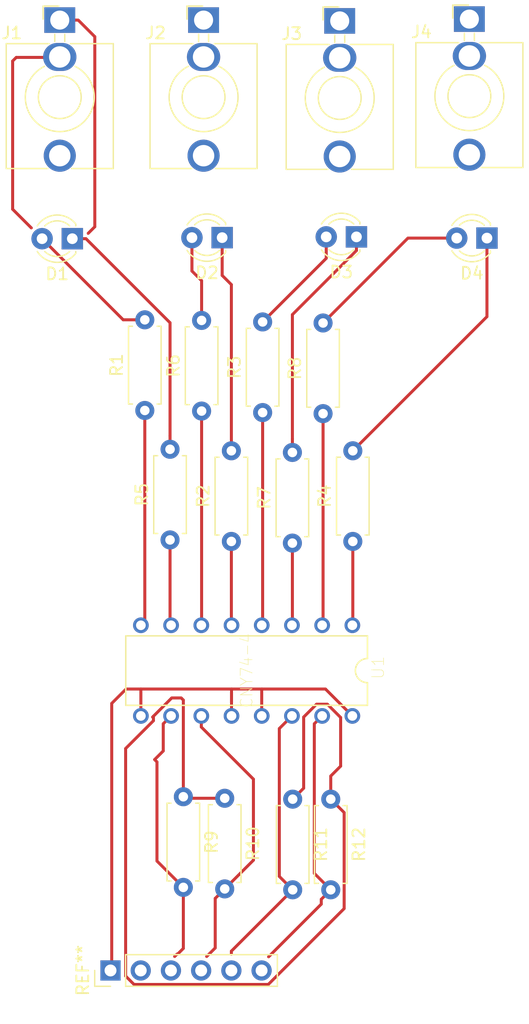
<source format=kicad_pcb>
(kicad_pcb (version 20171130) (host pcbnew "(5.0.1-3-g963ef8bb5)")

  (general
    (thickness 1.6)
    (drawings 0)
    (tracks 114)
    (zones 0)
    (modules 22)
    (nets 23)
  )

  (page A4)
  (layers
    (0 F.Cu signal)
    (31 B.Cu signal)
    (32 B.Adhes user)
    (33 F.Adhes user)
    (34 B.Paste user)
    (35 F.Paste user)
    (36 B.SilkS user)
    (37 F.SilkS user)
    (38 B.Mask user)
    (39 F.Mask user)
    (40 Dwgs.User user)
    (41 Cmts.User user)
    (42 Eco1.User user)
    (43 Eco2.User user)
    (44 Edge.Cuts user)
    (45 Margin user)
    (46 B.CrtYd user)
    (47 F.CrtYd user)
    (48 B.Fab user)
    (49 F.Fab user)
  )

  (setup
    (last_trace_width 0.25)
    (trace_clearance 0.2)
    (zone_clearance 0.508)
    (zone_45_only no)
    (trace_min 0.2)
    (segment_width 0.2)
    (edge_width 0.15)
    (via_size 0.8)
    (via_drill 0.4)
    (via_min_size 0.4)
    (via_min_drill 0.3)
    (uvia_size 0.3)
    (uvia_drill 0.1)
    (uvias_allowed no)
    (uvia_min_size 0.2)
    (uvia_min_drill 0.1)
    (pcb_text_width 0.3)
    (pcb_text_size 1.5 1.5)
    (mod_edge_width 0.15)
    (mod_text_size 1 1)
    (mod_text_width 0.15)
    (pad_size 1.524 1.524)
    (pad_drill 0.762)
    (pad_to_mask_clearance 0.051)
    (solder_mask_min_width 0.25)
    (aux_axis_origin 0 0)
    (visible_elements FFFFFF7F)
    (pcbplotparams
      (layerselection 0x010fc_ffffffff)
      (usegerberextensions false)
      (usegerberattributes false)
      (usegerberadvancedattributes false)
      (creategerberjobfile false)
      (excludeedgelayer true)
      (linewidth 0.100000)
      (plotframeref false)
      (viasonmask false)
      (mode 1)
      (useauxorigin false)
      (hpglpennumber 1)
      (hpglpenspeed 20)
      (hpglpendiameter 15.000000)
      (psnegative false)
      (psa4output false)
      (plotreference true)
      (plotvalue true)
      (plotinvisibletext false)
      (padsonsilk false)
      (subtractmaskfromsilk false)
      (outputformat 1)
      (mirror false)
      (drillshape 1)
      (scaleselection 1)
      (outputdirectory ""))
  )

  (net 0 "")
  (net 1 "Net-(R4-Pad1)")
  (net 2 "Net-(R8-Pad1)")
  (net 3 "Net-(R5-Pad1)")
  (net 4 "Net-(R1-Pad1)")
  (net 5 "Net-(R7-Pad1)")
  (net 6 "Net-(R3-Pad1)")
  (net 7 "Net-(R6-Pad1)")
  (net 8 "Net-(R2-Pad1)")
  (net 9 GND)
  (net 10 PA0)
  (net 11 PA1)
  (net 12 PA2)
  (net 13 PA3)
  (net 14 "Net-(D1-Pad1)")
  (net 15 "Net-(D1-Pad2)")
  (net 16 "Net-(D2-Pad2)")
  (net 17 "Net-(D2-Pad1)")
  (net 18 "Net-(D3-Pad1)")
  (net 19 "Net-(D3-Pad2)")
  (net 20 "Net-(D4-Pad2)")
  (net 21 "Net-(D4-Pad1)")
  (net 22 VDDA)

  (net_class Default "This is the default net class."
    (clearance 0.2)
    (trace_width 0.25)
    (via_dia 0.8)
    (via_drill 0.4)
    (uvia_dia 0.3)
    (uvia_drill 0.1)
    (add_net GND)
    (add_net "Net-(D1-Pad1)")
    (add_net "Net-(D1-Pad2)")
    (add_net "Net-(D2-Pad1)")
    (add_net "Net-(D2-Pad2)")
    (add_net "Net-(D3-Pad1)")
    (add_net "Net-(D3-Pad2)")
    (add_net "Net-(D4-Pad1)")
    (add_net "Net-(D4-Pad2)")
    (add_net "Net-(R1-Pad1)")
    (add_net "Net-(R2-Pad1)")
    (add_net "Net-(R3-Pad1)")
    (add_net "Net-(R4-Pad1)")
    (add_net "Net-(R5-Pad1)")
    (add_net "Net-(R6-Pad1)")
    (add_net "Net-(R7-Pad1)")
    (add_net "Net-(R8-Pad1)")
    (add_net PA0)
    (add_net PA1)
    (add_net PA2)
    (add_net PA3)
    (add_net VDDA)
  )

  (module LED_THT:LED_D3.0mm_Clear (layer F.Cu) (tedit 5A6C9BC0) (tstamp 5CA0A235)
    (at 61.4553 108.2294 180)
    (descr "IR-LED, diameter 3.0mm, 2 pins, color: clear")
    (tags "IR infrared LED diameter 3.0mm 2 pins clear")
    (path /5C8982CD)
    (fp_text reference D1 (at 1.27 -2.96 180) (layer F.SilkS)
      (effects (font (size 1 1) (thickness 0.15)))
    )
    (fp_text value LED (at 1.27 2.96 180) (layer F.Fab)
      (effects (font (size 1 1) (thickness 0.15)))
    )
    (fp_text user %R (at 1.47 0 180) (layer F.Fab)
      (effects (font (size 0.8 0.8) (thickness 0.12)))
    )
    (fp_line (start -0.23 -1.16619) (end -0.23 1.16619) (layer F.Fab) (width 0.1))
    (fp_line (start -0.29 -1.236) (end -0.29 -1.08) (layer F.SilkS) (width 0.12))
    (fp_line (start -0.29 1.08) (end -0.29 1.236) (layer F.SilkS) (width 0.12))
    (fp_line (start -1.15 -2.25) (end -1.15 2.25) (layer F.CrtYd) (width 0.05))
    (fp_line (start -1.15 2.25) (end 3.7 2.25) (layer F.CrtYd) (width 0.05))
    (fp_line (start 3.7 2.25) (end 3.7 -2.25) (layer F.CrtYd) (width 0.05))
    (fp_line (start 3.7 -2.25) (end -1.15 -2.25) (layer F.CrtYd) (width 0.05))
    (fp_circle (center 1.27 0) (end 2.77 0) (layer F.Fab) (width 0.1))
    (fp_arc (start 1.27 0) (end -0.23 -1.16619) (angle 284.3) (layer F.Fab) (width 0.1))
    (fp_arc (start 1.27 0) (end -0.29 -1.235516) (angle 108.8) (layer F.SilkS) (width 0.12))
    (fp_arc (start 1.27 0) (end -0.29 1.235516) (angle -108.8) (layer F.SilkS) (width 0.12))
    (fp_arc (start 1.27 0) (end 0.229039 -1.08) (angle 87.9) (layer F.SilkS) (width 0.12))
    (fp_arc (start 1.27 0) (end 0.229039 1.08) (angle -87.9) (layer F.SilkS) (width 0.12))
    (pad 1 thru_hole rect (at 0 0 180) (size 1.8 1.8) (drill 0.9) (layers *.Cu *.Mask)
      (net 14 "Net-(D1-Pad1)"))
    (pad 2 thru_hole circle (at 2.54 0 180) (size 1.8 1.8) (drill 0.9) (layers *.Cu *.Mask)
      (net 15 "Net-(D1-Pad2)"))
    (model ${KISYS3DMOD}/LED_THT.3dshapes/LED_D3.0mm_Clear.wrl
      (at (xyz 0 0 0))
      (scale (xyz 1 1 1))
      (rotate (xyz 0 0 0))
    )
  )

  (module LED_THT:LED_D3.0mm_Clear (layer F.Cu) (tedit 5A6C9BC0) (tstamp 5CA0A249)
    (at 74.0537 108.1405 180)
    (descr "IR-LED, diameter 3.0mm, 2 pins, color: clear")
    (tags "IR infrared LED diameter 3.0mm 2 pins clear")
    (path /5C898A86)
    (fp_text reference D2 (at 1.27 -2.96 180) (layer F.SilkS)
      (effects (font (size 1 1) (thickness 0.15)))
    )
    (fp_text value LED (at 1.27 2.96 180) (layer F.Fab)
      (effects (font (size 1 1) (thickness 0.15)))
    )
    (fp_arc (start 1.27 0) (end 0.229039 1.08) (angle -87.9) (layer F.SilkS) (width 0.12))
    (fp_arc (start 1.27 0) (end 0.229039 -1.08) (angle 87.9) (layer F.SilkS) (width 0.12))
    (fp_arc (start 1.27 0) (end -0.29 1.235516) (angle -108.8) (layer F.SilkS) (width 0.12))
    (fp_arc (start 1.27 0) (end -0.29 -1.235516) (angle 108.8) (layer F.SilkS) (width 0.12))
    (fp_arc (start 1.27 0) (end -0.23 -1.16619) (angle 284.3) (layer F.Fab) (width 0.1))
    (fp_circle (center 1.27 0) (end 2.77 0) (layer F.Fab) (width 0.1))
    (fp_line (start 3.7 -2.25) (end -1.15 -2.25) (layer F.CrtYd) (width 0.05))
    (fp_line (start 3.7 2.25) (end 3.7 -2.25) (layer F.CrtYd) (width 0.05))
    (fp_line (start -1.15 2.25) (end 3.7 2.25) (layer F.CrtYd) (width 0.05))
    (fp_line (start -1.15 -2.25) (end -1.15 2.25) (layer F.CrtYd) (width 0.05))
    (fp_line (start -0.29 1.08) (end -0.29 1.236) (layer F.SilkS) (width 0.12))
    (fp_line (start -0.29 -1.236) (end -0.29 -1.08) (layer F.SilkS) (width 0.12))
    (fp_line (start -0.23 -1.16619) (end -0.23 1.16619) (layer F.Fab) (width 0.1))
    (fp_text user %R (at 1.47 0 180) (layer F.Fab)
      (effects (font (size 0.8 0.8) (thickness 0.12)))
    )
    (pad 2 thru_hole circle (at 2.54 0 180) (size 1.8 1.8) (drill 0.9) (layers *.Cu *.Mask)
      (net 16 "Net-(D2-Pad2)"))
    (pad 1 thru_hole rect (at 0 0 180) (size 1.8 1.8) (drill 0.9) (layers *.Cu *.Mask)
      (net 17 "Net-(D2-Pad1)"))
    (model ${KISYS3DMOD}/LED_THT.3dshapes/LED_D3.0mm_Clear.wrl
      (at (xyz 0 0 0))
      (scale (xyz 1 1 1))
      (rotate (xyz 0 0 0))
    )
  )

  (module LED_THT:LED_D3.0mm_Clear (layer F.Cu) (tedit 5A6C9BC0) (tstamp 5CA0A25D)
    (at 85.344 108.077 180)
    (descr "IR-LED, diameter 3.0mm, 2 pins, color: clear")
    (tags "IR infrared LED diameter 3.0mm 2 pins clear")
    (path /5C898EA1)
    (fp_text reference D3 (at 1.27 -2.96 180) (layer F.SilkS)
      (effects (font (size 1 1) (thickness 0.15)))
    )
    (fp_text value LED (at 1.27 2.96 180) (layer F.Fab)
      (effects (font (size 1 1) (thickness 0.15)))
    )
    (fp_text user %R (at 1.47 0 180) (layer F.Fab)
      (effects (font (size 0.8 0.8) (thickness 0.12)))
    )
    (fp_line (start -0.23 -1.16619) (end -0.23 1.16619) (layer F.Fab) (width 0.1))
    (fp_line (start -0.29 -1.236) (end -0.29 -1.08) (layer F.SilkS) (width 0.12))
    (fp_line (start -0.29 1.08) (end -0.29 1.236) (layer F.SilkS) (width 0.12))
    (fp_line (start -1.15 -2.25) (end -1.15 2.25) (layer F.CrtYd) (width 0.05))
    (fp_line (start -1.15 2.25) (end 3.7 2.25) (layer F.CrtYd) (width 0.05))
    (fp_line (start 3.7 2.25) (end 3.7 -2.25) (layer F.CrtYd) (width 0.05))
    (fp_line (start 3.7 -2.25) (end -1.15 -2.25) (layer F.CrtYd) (width 0.05))
    (fp_circle (center 1.27 0) (end 2.77 0) (layer F.Fab) (width 0.1))
    (fp_arc (start 1.27 0) (end -0.23 -1.16619) (angle 284.3) (layer F.Fab) (width 0.1))
    (fp_arc (start 1.27 0) (end -0.29 -1.235516) (angle 108.8) (layer F.SilkS) (width 0.12))
    (fp_arc (start 1.27 0) (end -0.29 1.235516) (angle -108.8) (layer F.SilkS) (width 0.12))
    (fp_arc (start 1.27 0) (end 0.229039 -1.08) (angle 87.9) (layer F.SilkS) (width 0.12))
    (fp_arc (start 1.27 0) (end 0.229039 1.08) (angle -87.9) (layer F.SilkS) (width 0.12))
    (pad 1 thru_hole rect (at 0 0 180) (size 1.8 1.8) (drill 0.9) (layers *.Cu *.Mask)
      (net 18 "Net-(D3-Pad1)"))
    (pad 2 thru_hole circle (at 2.54 0 180) (size 1.8 1.8) (drill 0.9) (layers *.Cu *.Mask)
      (net 19 "Net-(D3-Pad2)"))
    (model ${KISYS3DMOD}/LED_THT.3dshapes/LED_D3.0mm_Clear.wrl
      (at (xyz 0 0 0))
      (scale (xyz 1 1 1))
      (rotate (xyz 0 0 0))
    )
  )

  (module LED_THT:LED_D3.0mm_Clear (layer F.Cu) (tedit 5A6C9BC0) (tstamp 5CA0A271)
    (at 96.3168 108.1786 180)
    (descr "IR-LED, diameter 3.0mm, 2 pins, color: clear")
    (tags "IR infrared LED diameter 3.0mm 2 pins clear")
    (path /5C898EB5)
    (fp_text reference D4 (at 1.27 -2.96 180) (layer F.SilkS)
      (effects (font (size 1 1) (thickness 0.15)))
    )
    (fp_text value LED (at 1.27 2.96 180) (layer F.Fab)
      (effects (font (size 1 1) (thickness 0.15)))
    )
    (fp_arc (start 1.27 0) (end 0.229039 1.08) (angle -87.9) (layer F.SilkS) (width 0.12))
    (fp_arc (start 1.27 0) (end 0.229039 -1.08) (angle 87.9) (layer F.SilkS) (width 0.12))
    (fp_arc (start 1.27 0) (end -0.29 1.235516) (angle -108.8) (layer F.SilkS) (width 0.12))
    (fp_arc (start 1.27 0) (end -0.29 -1.235516) (angle 108.8) (layer F.SilkS) (width 0.12))
    (fp_arc (start 1.27 0) (end -0.23 -1.16619) (angle 284.3) (layer F.Fab) (width 0.1))
    (fp_circle (center 1.27 0) (end 2.77 0) (layer F.Fab) (width 0.1))
    (fp_line (start 3.7 -2.25) (end -1.15 -2.25) (layer F.CrtYd) (width 0.05))
    (fp_line (start 3.7 2.25) (end 3.7 -2.25) (layer F.CrtYd) (width 0.05))
    (fp_line (start -1.15 2.25) (end 3.7 2.25) (layer F.CrtYd) (width 0.05))
    (fp_line (start -1.15 -2.25) (end -1.15 2.25) (layer F.CrtYd) (width 0.05))
    (fp_line (start -0.29 1.08) (end -0.29 1.236) (layer F.SilkS) (width 0.12))
    (fp_line (start -0.29 -1.236) (end -0.29 -1.08) (layer F.SilkS) (width 0.12))
    (fp_line (start -0.23 -1.16619) (end -0.23 1.16619) (layer F.Fab) (width 0.1))
    (fp_text user %R (at 1.47 0 180) (layer F.Fab)
      (effects (font (size 0.8 0.8) (thickness 0.12)))
    )
    (pad 2 thru_hole circle (at 2.54 0 180) (size 1.8 1.8) (drill 0.9) (layers *.Cu *.Mask)
      (net 20 "Net-(D4-Pad2)"))
    (pad 1 thru_hole rect (at 0 0 180) (size 1.8 1.8) (drill 0.9) (layers *.Cu *.Mask)
      (net 21 "Net-(D4-Pad1)"))
    (model ${KISYS3DMOD}/LED_THT.3dshapes/LED_D3.0mm_Clear.wrl
      (at (xyz 0 0 0))
      (scale (xyz 1 1 1))
      (rotate (xyz 0 0 0))
    )
  )

  (module Connector_Audio:Jack_3.5mm_QingPu_WQP-PJ398SM_Vertical_CircularHoles (layer F.Cu) (tedit 5B6EDBBA) (tstamp 5CA0A297)
    (at 60.4012 89.8525)
    (descr "TRS 3.5mm, vertical, Thonkiconn, PCB mount, (http://www.qingpu-electronics.com/en/products/WQP-PJ398SM-362.html)")
    (tags "WQP-PJ398SM TRS 3.5mm mono vertical jack thonkiconn qingpu")
    (path /5C8983B5)
    (fp_text reference J1 (at -4.03 1.08 180) (layer F.SilkS)
      (effects (font (size 1 1) (thickness 0.15)))
    )
    (fp_text value MonoJack (at 0 5 180) (layer F.Fab)
      (effects (font (size 1 1) (thickness 0.15)))
    )
    (fp_text user KEEPOUT (at 0 6.48) (layer Cmts.User)
      (effects (font (size 0.4 0.4) (thickness 0.051)))
    )
    (fp_line (start -5 13.25) (end -5 -1.58) (layer F.CrtYd) (width 0.05))
    (fp_line (start -4.5 12.48) (end -4.5 2.08) (layer F.Fab) (width 0.1))
    (fp_text user %R (at 0 8 180) (layer F.Fab)
      (effects (font (size 1 1) (thickness 0.15)))
    )
    (fp_line (start -4.5 1.98) (end -4.5 12.48) (layer F.SilkS) (width 0.12))
    (fp_line (start 4.5 1.98) (end 4.5 12.48) (layer F.SilkS) (width 0.12))
    (fp_circle (center 0 6.48) (end 1.5 6.48) (layer Dwgs.User) (width 0.12))
    (fp_line (start 0.09 7.96) (end 1.48 6.57) (layer Dwgs.User) (width 0.12))
    (fp_line (start -0.58 7.83) (end 1.36 5.89) (layer Dwgs.User) (width 0.12))
    (fp_line (start -1.07 7.49) (end 1.01 5.41) (layer Dwgs.User) (width 0.12))
    (fp_line (start -1.42 6.875) (end 0.4 5.06) (layer Dwgs.User) (width 0.12))
    (fp_line (start -1.41 6.02) (end -0.46 5.07) (layer Dwgs.User) (width 0.12))
    (fp_arc (start 0 6.48) (end 0 9.375) (angle 153.4) (layer F.SilkS) (width 0.12))
    (fp_arc (start 0 6.48) (end 0 9.375) (angle -153.4) (layer F.SilkS) (width 0.12))
    (fp_line (start 4.5 12.48) (end 1 12.48) (layer F.SilkS) (width 0.12))
    (fp_line (start -1 12.48) (end -4.5 12.48) (layer F.SilkS) (width 0.12))
    (fp_line (start 4.5 1.98) (end 0.9 1.98) (layer F.SilkS) (width 0.12))
    (fp_line (start -0.9 1.98) (end -4.5 1.98) (layer F.SilkS) (width 0.12))
    (fp_circle (center 0 6.48) (end 1.8 6.48) (layer F.SilkS) (width 0.12))
    (fp_line (start -0.42 1.2) (end -0.42 1.8) (layer F.SilkS) (width 0.12))
    (fp_line (start 0.42 1.2) (end 0.42 1.8) (layer F.SilkS) (width 0.12))
    (fp_line (start -1.4 -1.18) (end -1.4 -0.08) (layer F.SilkS) (width 0.12))
    (fp_line (start -1.4 -1.18) (end -0.08 -1.18) (layer F.SilkS) (width 0.12))
    (fp_line (start 4.5 12.48) (end 4.5 2.08) (layer F.Fab) (width 0.1))
    (fp_line (start 4.5 12.48) (end -4.5 12.48) (layer F.Fab) (width 0.1))
    (fp_line (start 5 13.25) (end 5 -1.58) (layer F.CrtYd) (width 0.05))
    (fp_line (start 5 13.25) (end -5 13.25) (layer F.CrtYd) (width 0.05))
    (fp_line (start 5 -1.58) (end -5 -1.58) (layer F.CrtYd) (width 0.05))
    (fp_line (start 4.5 2.03) (end -4.5 2.03) (layer F.Fab) (width 0.1))
    (fp_circle (center 0 6.48) (end 1.8 6.48) (layer F.Fab) (width 0.1))
    (fp_line (start 0 0) (end 0 2.03) (layer F.Fab) (width 0.1))
    (pad 2 thru_hole oval (at 0 3.1 180) (size 2.8 2.35) (drill 1.8) (layers *.Cu *.Mask))
    (pad 1 thru_hole rect (at 0 0 180) (size 2.6 2.15) (drill 1.6) (layers *.Cu *.Mask))
    (pad 3 thru_hole circle (at 0 11.4 180) (size 2.7 2.7) (drill 1.8) (layers *.Cu *.Mask))
    (model ${KISYS3DMOD}/Connector_Audio.3dshapes/Jack_3.5mm_QingPu_WQP-PJ398SM_Vertical.wrl
      (at (xyz 0 0 0))
      (scale (xyz 1 1 1))
      (rotate (xyz 0 0 0))
    )
  )

  (module Connector_Audio:Jack_3.5mm_QingPu_WQP-PJ398SM_Vertical_CircularHoles (layer F.Cu) (tedit 5B6EDBBA) (tstamp 5CA0A2BD)
    (at 72.4916 89.8525)
    (descr "TRS 3.5mm, vertical, Thonkiconn, PCB mount, (http://www.qingpu-electronics.com/en/products/WQP-PJ398SM-362.html)")
    (tags "WQP-PJ398SM TRS 3.5mm mono vertical jack thonkiconn qingpu")
    (path /5C898A8C)
    (fp_text reference J2 (at -4.03 1.08 180) (layer F.SilkS)
      (effects (font (size 1 1) (thickness 0.15)))
    )
    (fp_text value MonoJack (at 0 5 180) (layer F.Fab)
      (effects (font (size 1 1) (thickness 0.15)))
    )
    (fp_line (start 0 0) (end 0 2.03) (layer F.Fab) (width 0.1))
    (fp_circle (center 0 6.48) (end 1.8 6.48) (layer F.Fab) (width 0.1))
    (fp_line (start 4.5 2.03) (end -4.5 2.03) (layer F.Fab) (width 0.1))
    (fp_line (start 5 -1.58) (end -5 -1.58) (layer F.CrtYd) (width 0.05))
    (fp_line (start 5 13.25) (end -5 13.25) (layer F.CrtYd) (width 0.05))
    (fp_line (start 5 13.25) (end 5 -1.58) (layer F.CrtYd) (width 0.05))
    (fp_line (start 4.5 12.48) (end -4.5 12.48) (layer F.Fab) (width 0.1))
    (fp_line (start 4.5 12.48) (end 4.5 2.08) (layer F.Fab) (width 0.1))
    (fp_line (start -1.4 -1.18) (end -0.08 -1.18) (layer F.SilkS) (width 0.12))
    (fp_line (start -1.4 -1.18) (end -1.4 -0.08) (layer F.SilkS) (width 0.12))
    (fp_line (start 0.42 1.2) (end 0.42 1.8) (layer F.SilkS) (width 0.12))
    (fp_line (start -0.42 1.2) (end -0.42 1.8) (layer F.SilkS) (width 0.12))
    (fp_circle (center 0 6.48) (end 1.8 6.48) (layer F.SilkS) (width 0.12))
    (fp_line (start -0.9 1.98) (end -4.5 1.98) (layer F.SilkS) (width 0.12))
    (fp_line (start 4.5 1.98) (end 0.9 1.98) (layer F.SilkS) (width 0.12))
    (fp_line (start -1 12.48) (end -4.5 12.48) (layer F.SilkS) (width 0.12))
    (fp_line (start 4.5 12.48) (end 1 12.48) (layer F.SilkS) (width 0.12))
    (fp_arc (start 0 6.48) (end 0 9.375) (angle -153.4) (layer F.SilkS) (width 0.12))
    (fp_arc (start 0 6.48) (end 0 9.375) (angle 153.4) (layer F.SilkS) (width 0.12))
    (fp_line (start -1.41 6.02) (end -0.46 5.07) (layer Dwgs.User) (width 0.12))
    (fp_line (start -1.42 6.875) (end 0.4 5.06) (layer Dwgs.User) (width 0.12))
    (fp_line (start -1.07 7.49) (end 1.01 5.41) (layer Dwgs.User) (width 0.12))
    (fp_line (start -0.58 7.83) (end 1.36 5.89) (layer Dwgs.User) (width 0.12))
    (fp_line (start 0.09 7.96) (end 1.48 6.57) (layer Dwgs.User) (width 0.12))
    (fp_circle (center 0 6.48) (end 1.5 6.48) (layer Dwgs.User) (width 0.12))
    (fp_line (start 4.5 1.98) (end 4.5 12.48) (layer F.SilkS) (width 0.12))
    (fp_line (start -4.5 1.98) (end -4.5 12.48) (layer F.SilkS) (width 0.12))
    (fp_text user %R (at 0 8 180) (layer F.Fab)
      (effects (font (size 1 1) (thickness 0.15)))
    )
    (fp_line (start -4.5 12.48) (end -4.5 2.08) (layer F.Fab) (width 0.1))
    (fp_line (start -5 13.25) (end -5 -1.58) (layer F.CrtYd) (width 0.05))
    (fp_text user KEEPOUT (at 0 6.48) (layer Cmts.User)
      (effects (font (size 0.4 0.4) (thickness 0.051)))
    )
    (pad 3 thru_hole circle (at 0 11.4 180) (size 2.7 2.7) (drill 1.8) (layers *.Cu *.Mask))
    (pad 1 thru_hole rect (at 0 0 180) (size 2.6 2.15) (drill 1.6) (layers *.Cu *.Mask))
    (pad 2 thru_hole oval (at 0 3.1 180) (size 2.8 2.35) (drill 1.8) (layers *.Cu *.Mask))
    (model ${KISYS3DMOD}/Connector_Audio.3dshapes/Jack_3.5mm_QingPu_WQP-PJ398SM_Vertical.wrl
      (at (xyz 0 0 0))
      (scale (xyz 1 1 1))
      (rotate (xyz 0 0 0))
    )
  )

  (module Connector_Audio:Jack_3.5mm_QingPu_WQP-PJ398SM_Vertical_CircularHoles (layer F.Cu) (tedit 5B6EDBBA) (tstamp 5CA0A2E3)
    (at 83.937901 89.920801)
    (descr "TRS 3.5mm, vertical, Thonkiconn, PCB mount, (http://www.qingpu-electronics.com/en/products/WQP-PJ398SM-362.html)")
    (tags "WQP-PJ398SM TRS 3.5mm mono vertical jack thonkiconn qingpu")
    (path /5C898EA7)
    (fp_text reference J3 (at -4.03 1.08 180) (layer F.SilkS)
      (effects (font (size 1 1) (thickness 0.15)))
    )
    (fp_text value MonoJack (at 0 5 180) (layer F.Fab)
      (effects (font (size 1 1) (thickness 0.15)))
    )
    (fp_text user KEEPOUT (at 0 6.48) (layer Cmts.User)
      (effects (font (size 0.4 0.4) (thickness 0.051)))
    )
    (fp_line (start -5 13.25) (end -5 -1.58) (layer F.CrtYd) (width 0.05))
    (fp_line (start -4.5 12.48) (end -4.5 2.08) (layer F.Fab) (width 0.1))
    (fp_text user %R (at 0 8 180) (layer F.Fab)
      (effects (font (size 1 1) (thickness 0.15)))
    )
    (fp_line (start -4.5 1.98) (end -4.5 12.48) (layer F.SilkS) (width 0.12))
    (fp_line (start 4.5 1.98) (end 4.5 12.48) (layer F.SilkS) (width 0.12))
    (fp_circle (center 0 6.48) (end 1.5 6.48) (layer Dwgs.User) (width 0.12))
    (fp_line (start 0.09 7.96) (end 1.48 6.57) (layer Dwgs.User) (width 0.12))
    (fp_line (start -0.58 7.83) (end 1.36 5.89) (layer Dwgs.User) (width 0.12))
    (fp_line (start -1.07 7.49) (end 1.01 5.41) (layer Dwgs.User) (width 0.12))
    (fp_line (start -1.42 6.875) (end 0.4 5.06) (layer Dwgs.User) (width 0.12))
    (fp_line (start -1.41 6.02) (end -0.46 5.07) (layer Dwgs.User) (width 0.12))
    (fp_arc (start 0 6.48) (end 0 9.375) (angle 153.4) (layer F.SilkS) (width 0.12))
    (fp_arc (start 0 6.48) (end 0 9.375) (angle -153.4) (layer F.SilkS) (width 0.12))
    (fp_line (start 4.5 12.48) (end 1 12.48) (layer F.SilkS) (width 0.12))
    (fp_line (start -1 12.48) (end -4.5 12.48) (layer F.SilkS) (width 0.12))
    (fp_line (start 4.5 1.98) (end 0.9 1.98) (layer F.SilkS) (width 0.12))
    (fp_line (start -0.9 1.98) (end -4.5 1.98) (layer F.SilkS) (width 0.12))
    (fp_circle (center 0 6.48) (end 1.8 6.48) (layer F.SilkS) (width 0.12))
    (fp_line (start -0.42 1.2) (end -0.42 1.8) (layer F.SilkS) (width 0.12))
    (fp_line (start 0.42 1.2) (end 0.42 1.8) (layer F.SilkS) (width 0.12))
    (fp_line (start -1.4 -1.18) (end -1.4 -0.08) (layer F.SilkS) (width 0.12))
    (fp_line (start -1.4 -1.18) (end -0.08 -1.18) (layer F.SilkS) (width 0.12))
    (fp_line (start 4.5 12.48) (end 4.5 2.08) (layer F.Fab) (width 0.1))
    (fp_line (start 4.5 12.48) (end -4.5 12.48) (layer F.Fab) (width 0.1))
    (fp_line (start 5 13.25) (end 5 -1.58) (layer F.CrtYd) (width 0.05))
    (fp_line (start 5 13.25) (end -5 13.25) (layer F.CrtYd) (width 0.05))
    (fp_line (start 5 -1.58) (end -5 -1.58) (layer F.CrtYd) (width 0.05))
    (fp_line (start 4.5 2.03) (end -4.5 2.03) (layer F.Fab) (width 0.1))
    (fp_circle (center 0 6.48) (end 1.8 6.48) (layer F.Fab) (width 0.1))
    (fp_line (start 0 0) (end 0 2.03) (layer F.Fab) (width 0.1))
    (pad 2 thru_hole oval (at 0 3.1 180) (size 2.8 2.35) (drill 1.8) (layers *.Cu *.Mask))
    (pad 1 thru_hole rect (at 0 0 180) (size 2.6 2.15) (drill 1.6) (layers *.Cu *.Mask))
    (pad 3 thru_hole circle (at 0 11.4 180) (size 2.7 2.7) (drill 1.8) (layers *.Cu *.Mask))
    (model ${KISYS3DMOD}/Connector_Audio.3dshapes/Jack_3.5mm_QingPu_WQP-PJ398SM_Vertical.wrl
      (at (xyz 0 0 0))
      (scale (xyz 1 1 1))
      (rotate (xyz 0 0 0))
    )
  )

  (module Connector_Audio:Jack_3.5mm_QingPu_WQP-PJ398SM_Vertical_CircularHoles (layer F.Cu) (tedit 5B6EDBBA) (tstamp 5CA0A309)
    (at 94.838801 89.768401)
    (descr "TRS 3.5mm, vertical, Thonkiconn, PCB mount, (http://www.qingpu-electronics.com/en/products/WQP-PJ398SM-362.html)")
    (tags "WQP-PJ398SM TRS 3.5mm mono vertical jack thonkiconn qingpu")
    (path /5C898EBB)
    (fp_text reference J4 (at -4.03 1.08 180) (layer F.SilkS)
      (effects (font (size 1 1) (thickness 0.15)))
    )
    (fp_text value MonoJack (at 0 5 180) (layer F.Fab)
      (effects (font (size 1 1) (thickness 0.15)))
    )
    (fp_line (start 0 0) (end 0 2.03) (layer F.Fab) (width 0.1))
    (fp_circle (center 0 6.48) (end 1.8 6.48) (layer F.Fab) (width 0.1))
    (fp_line (start 4.5 2.03) (end -4.5 2.03) (layer F.Fab) (width 0.1))
    (fp_line (start 5 -1.58) (end -5 -1.58) (layer F.CrtYd) (width 0.05))
    (fp_line (start 5 13.25) (end -5 13.25) (layer F.CrtYd) (width 0.05))
    (fp_line (start 5 13.25) (end 5 -1.58) (layer F.CrtYd) (width 0.05))
    (fp_line (start 4.5 12.48) (end -4.5 12.48) (layer F.Fab) (width 0.1))
    (fp_line (start 4.5 12.48) (end 4.5 2.08) (layer F.Fab) (width 0.1))
    (fp_line (start -1.4 -1.18) (end -0.08 -1.18) (layer F.SilkS) (width 0.12))
    (fp_line (start -1.4 -1.18) (end -1.4 -0.08) (layer F.SilkS) (width 0.12))
    (fp_line (start 0.42 1.2) (end 0.42 1.8) (layer F.SilkS) (width 0.12))
    (fp_line (start -0.42 1.2) (end -0.42 1.8) (layer F.SilkS) (width 0.12))
    (fp_circle (center 0 6.48) (end 1.8 6.48) (layer F.SilkS) (width 0.12))
    (fp_line (start -0.9 1.98) (end -4.5 1.98) (layer F.SilkS) (width 0.12))
    (fp_line (start 4.5 1.98) (end 0.9 1.98) (layer F.SilkS) (width 0.12))
    (fp_line (start -1 12.48) (end -4.5 12.48) (layer F.SilkS) (width 0.12))
    (fp_line (start 4.5 12.48) (end 1 12.48) (layer F.SilkS) (width 0.12))
    (fp_arc (start 0 6.48) (end 0 9.375) (angle -153.4) (layer F.SilkS) (width 0.12))
    (fp_arc (start 0 6.48) (end 0 9.375) (angle 153.4) (layer F.SilkS) (width 0.12))
    (fp_line (start -1.41 6.02) (end -0.46 5.07) (layer Dwgs.User) (width 0.12))
    (fp_line (start -1.42 6.875) (end 0.4 5.06) (layer Dwgs.User) (width 0.12))
    (fp_line (start -1.07 7.49) (end 1.01 5.41) (layer Dwgs.User) (width 0.12))
    (fp_line (start -0.58 7.83) (end 1.36 5.89) (layer Dwgs.User) (width 0.12))
    (fp_line (start 0.09 7.96) (end 1.48 6.57) (layer Dwgs.User) (width 0.12))
    (fp_circle (center 0 6.48) (end 1.5 6.48) (layer Dwgs.User) (width 0.12))
    (fp_line (start 4.5 1.98) (end 4.5 12.48) (layer F.SilkS) (width 0.12))
    (fp_line (start -4.5 1.98) (end -4.5 12.48) (layer F.SilkS) (width 0.12))
    (fp_text user %R (at 0 8 180) (layer F.Fab)
      (effects (font (size 1 1) (thickness 0.15)))
    )
    (fp_line (start -4.5 12.48) (end -4.5 2.08) (layer F.Fab) (width 0.1))
    (fp_line (start -5 13.25) (end -5 -1.58) (layer F.CrtYd) (width 0.05))
    (fp_text user KEEPOUT (at 0 6.48) (layer Cmts.User)
      (effects (font (size 0.4 0.4) (thickness 0.051)))
    )
    (pad 3 thru_hole circle (at 0 11.4 180) (size 2.7 2.7) (drill 1.8) (layers *.Cu *.Mask))
    (pad 1 thru_hole rect (at 0 0 180) (size 2.6 2.15) (drill 1.6) (layers *.Cu *.Mask))
    (pad 2 thru_hole oval (at 0 3.1 180) (size 2.8 2.35) (drill 1.8) (layers *.Cu *.Mask))
    (model ${KISYS3DMOD}/Connector_Audio.3dshapes/Jack_3.5mm_QingPu_WQP-PJ398SM_Vertical.wrl
      (at (xyz 0 0 0))
      (scale (xyz 1 1 1))
      (rotate (xyz 0 0 0))
    )
  )

  (module Resistor_THT:R_Axial_DIN0207_L6.3mm_D2.5mm_P7.62mm_Horizontal (layer F.Cu) (tedit 5AE5139B) (tstamp 5CA0A320)
    (at 67.5513 122.6693 90)
    (descr "Resistor, Axial_DIN0207 series, Axial, Horizontal, pin pitch=7.62mm, 0.25W = 1/4W, length*diameter=6.3*2.5mm^2, http://cdn-reichelt.de/documents/datenblatt/B400/1_4W%23YAG.pdf")
    (tags "Resistor Axial_DIN0207 series Axial Horizontal pin pitch 7.62mm 0.25W = 1/4W length 6.3mm diameter 2.5mm")
    (path /5C8969AB)
    (fp_text reference R1 (at 3.81 -2.37 90) (layer F.SilkS)
      (effects (font (size 1 1) (thickness 0.15)))
    )
    (fp_text value 560Ω (at 3.81 2.37 90) (layer F.Fab)
      (effects (font (size 1 1) (thickness 0.15)))
    )
    (fp_line (start 0.66 -1.25) (end 0.66 1.25) (layer F.Fab) (width 0.1))
    (fp_line (start 0.66 1.25) (end 6.96 1.25) (layer F.Fab) (width 0.1))
    (fp_line (start 6.96 1.25) (end 6.96 -1.25) (layer F.Fab) (width 0.1))
    (fp_line (start 6.96 -1.25) (end 0.66 -1.25) (layer F.Fab) (width 0.1))
    (fp_line (start 0 0) (end 0.66 0) (layer F.Fab) (width 0.1))
    (fp_line (start 7.62 0) (end 6.96 0) (layer F.Fab) (width 0.1))
    (fp_line (start 0.54 -1.04) (end 0.54 -1.37) (layer F.SilkS) (width 0.12))
    (fp_line (start 0.54 -1.37) (end 7.08 -1.37) (layer F.SilkS) (width 0.12))
    (fp_line (start 7.08 -1.37) (end 7.08 -1.04) (layer F.SilkS) (width 0.12))
    (fp_line (start 0.54 1.04) (end 0.54 1.37) (layer F.SilkS) (width 0.12))
    (fp_line (start 0.54 1.37) (end 7.08 1.37) (layer F.SilkS) (width 0.12))
    (fp_line (start 7.08 1.37) (end 7.08 1.04) (layer F.SilkS) (width 0.12))
    (fp_line (start -1.05 -1.5) (end -1.05 1.5) (layer F.CrtYd) (width 0.05))
    (fp_line (start -1.05 1.5) (end 8.67 1.5) (layer F.CrtYd) (width 0.05))
    (fp_line (start 8.67 1.5) (end 8.67 -1.5) (layer F.CrtYd) (width 0.05))
    (fp_line (start 8.67 -1.5) (end -1.05 -1.5) (layer F.CrtYd) (width 0.05))
    (fp_text user %R (at 3.81 0 90) (layer F.Fab)
      (effects (font (size 1 1) (thickness 0.15)))
    )
    (pad 1 thru_hole circle (at 0 0 90) (size 1.6 1.6) (drill 0.8) (layers *.Cu *.Mask)
      (net 4 "Net-(R1-Pad1)"))
    (pad 2 thru_hole oval (at 7.62 0 90) (size 1.6 1.6) (drill 0.8) (layers *.Cu *.Mask)
      (net 15 "Net-(D1-Pad2)"))
    (model ${KISYS3DMOD}/Resistor_THT.3dshapes/R_Axial_DIN0207_L6.3mm_D2.5mm_P7.62mm_Horizontal.wrl
      (at (xyz 0 0 0))
      (scale (xyz 1 1 1))
      (rotate (xyz 0 0 0))
    )
  )

  (module Resistor_THT:R_Axial_DIN0207_L6.3mm_D2.5mm_P7.62mm_Horizontal (layer F.Cu) (tedit 5AE5139B) (tstamp 5CA0B585)
    (at 74.8284 133.6802 90)
    (descr "Resistor, Axial_DIN0207 series, Axial, Horizontal, pin pitch=7.62mm, 0.25W = 1/4W, length*diameter=6.3*2.5mm^2, http://cdn-reichelt.de/documents/datenblatt/B400/1_4W%23YAG.pdf")
    (tags "Resistor Axial_DIN0207 series Axial Horizontal pin pitch 7.62mm 0.25W = 1/4W length 6.3mm diameter 2.5mm")
    (path /5C896BD6)
    (fp_text reference R2 (at 3.81 -2.37 90) (layer F.SilkS)
      (effects (font (size 1 1) (thickness 0.15)))
    )
    (fp_text value 560Ω (at 3.81 2.37 90) (layer F.Fab)
      (effects (font (size 1 1) (thickness 0.15)))
    )
    (fp_line (start 0.66 -1.25) (end 0.66 1.25) (layer F.Fab) (width 0.1))
    (fp_line (start 0.66 1.25) (end 6.96 1.25) (layer F.Fab) (width 0.1))
    (fp_line (start 6.96 1.25) (end 6.96 -1.25) (layer F.Fab) (width 0.1))
    (fp_line (start 6.96 -1.25) (end 0.66 -1.25) (layer F.Fab) (width 0.1))
    (fp_line (start 0 0) (end 0.66 0) (layer F.Fab) (width 0.1))
    (fp_line (start 7.62 0) (end 6.96 0) (layer F.Fab) (width 0.1))
    (fp_line (start 0.54 -1.04) (end 0.54 -1.37) (layer F.SilkS) (width 0.12))
    (fp_line (start 0.54 -1.37) (end 7.08 -1.37) (layer F.SilkS) (width 0.12))
    (fp_line (start 7.08 -1.37) (end 7.08 -1.04) (layer F.SilkS) (width 0.12))
    (fp_line (start 0.54 1.04) (end 0.54 1.37) (layer F.SilkS) (width 0.12))
    (fp_line (start 0.54 1.37) (end 7.08 1.37) (layer F.SilkS) (width 0.12))
    (fp_line (start 7.08 1.37) (end 7.08 1.04) (layer F.SilkS) (width 0.12))
    (fp_line (start -1.05 -1.5) (end -1.05 1.5) (layer F.CrtYd) (width 0.05))
    (fp_line (start -1.05 1.5) (end 8.67 1.5) (layer F.CrtYd) (width 0.05))
    (fp_line (start 8.67 1.5) (end 8.67 -1.5) (layer F.CrtYd) (width 0.05))
    (fp_line (start 8.67 -1.5) (end -1.05 -1.5) (layer F.CrtYd) (width 0.05))
    (fp_text user %R (at 3.81 0 90) (layer F.Fab)
      (effects (font (size 1 1) (thickness 0.15)))
    )
    (pad 1 thru_hole circle (at 0 0 90) (size 1.6 1.6) (drill 0.8) (layers *.Cu *.Mask)
      (net 8 "Net-(R2-Pad1)"))
    (pad 2 thru_hole oval (at 7.62 0 90) (size 1.6 1.6) (drill 0.8) (layers *.Cu *.Mask)
      (net 17 "Net-(D2-Pad1)"))
    (model ${KISYS3DMOD}/Resistor_THT.3dshapes/R_Axial_DIN0207_L6.3mm_D2.5mm_P7.62mm_Horizontal.wrl
      (at (xyz 0 0 0))
      (scale (xyz 1 1 1))
      (rotate (xyz 0 0 0))
    )
  )

  (module Resistor_THT:R_Axial_DIN0207_L6.3mm_D2.5mm_P7.62mm_Horizontal (layer F.Cu) (tedit 5AE5139B) (tstamp 5CA0A34E)
    (at 77.4573 122.8471 90)
    (descr "Resistor, Axial_DIN0207 series, Axial, Horizontal, pin pitch=7.62mm, 0.25W = 1/4W, length*diameter=6.3*2.5mm^2, http://cdn-reichelt.de/documents/datenblatt/B400/1_4W%23YAG.pdf")
    (tags "Resistor Axial_DIN0207 series Axial Horizontal pin pitch 7.62mm 0.25W = 1/4W length 6.3mm diameter 2.5mm")
    (path /5C896B96)
    (fp_text reference R3 (at 3.81 -2.37 90) (layer F.SilkS)
      (effects (font (size 1 1) (thickness 0.15)))
    )
    (fp_text value 560Ω (at 3.81 2.37 90) (layer F.Fab)
      (effects (font (size 1 1) (thickness 0.15)))
    )
    (fp_text user %R (at 3.81 0 90) (layer F.Fab)
      (effects (font (size 1 1) (thickness 0.15)))
    )
    (fp_line (start 8.67 -1.5) (end -1.05 -1.5) (layer F.CrtYd) (width 0.05))
    (fp_line (start 8.67 1.5) (end 8.67 -1.5) (layer F.CrtYd) (width 0.05))
    (fp_line (start -1.05 1.5) (end 8.67 1.5) (layer F.CrtYd) (width 0.05))
    (fp_line (start -1.05 -1.5) (end -1.05 1.5) (layer F.CrtYd) (width 0.05))
    (fp_line (start 7.08 1.37) (end 7.08 1.04) (layer F.SilkS) (width 0.12))
    (fp_line (start 0.54 1.37) (end 7.08 1.37) (layer F.SilkS) (width 0.12))
    (fp_line (start 0.54 1.04) (end 0.54 1.37) (layer F.SilkS) (width 0.12))
    (fp_line (start 7.08 -1.37) (end 7.08 -1.04) (layer F.SilkS) (width 0.12))
    (fp_line (start 0.54 -1.37) (end 7.08 -1.37) (layer F.SilkS) (width 0.12))
    (fp_line (start 0.54 -1.04) (end 0.54 -1.37) (layer F.SilkS) (width 0.12))
    (fp_line (start 7.62 0) (end 6.96 0) (layer F.Fab) (width 0.1))
    (fp_line (start 0 0) (end 0.66 0) (layer F.Fab) (width 0.1))
    (fp_line (start 6.96 -1.25) (end 0.66 -1.25) (layer F.Fab) (width 0.1))
    (fp_line (start 6.96 1.25) (end 6.96 -1.25) (layer F.Fab) (width 0.1))
    (fp_line (start 0.66 1.25) (end 6.96 1.25) (layer F.Fab) (width 0.1))
    (fp_line (start 0.66 -1.25) (end 0.66 1.25) (layer F.Fab) (width 0.1))
    (pad 2 thru_hole oval (at 7.62 0 90) (size 1.6 1.6) (drill 0.8) (layers *.Cu *.Mask)
      (net 19 "Net-(D3-Pad2)"))
    (pad 1 thru_hole circle (at 0 0 90) (size 1.6 1.6) (drill 0.8) (layers *.Cu *.Mask)
      (net 6 "Net-(R3-Pad1)"))
    (model ${KISYS3DMOD}/Resistor_THT.3dshapes/R_Axial_DIN0207_L6.3mm_D2.5mm_P7.62mm_Horizontal.wrl
      (at (xyz 0 0 0))
      (scale (xyz 1 1 1))
      (rotate (xyz 0 0 0))
    )
  )

  (module Resistor_THT:R_Axial_DIN0207_L6.3mm_D2.5mm_P7.62mm_Horizontal (layer F.Cu) (tedit 5AE5139B) (tstamp 5CA0AED9)
    (at 85.0392 133.6802 90)
    (descr "Resistor, Axial_DIN0207 series, Axial, Horizontal, pin pitch=7.62mm, 0.25W = 1/4W, length*diameter=6.3*2.5mm^2, http://cdn-reichelt.de/documents/datenblatt/B400/1_4W%23YAG.pdf")
    (tags "Resistor Axial_DIN0207 series Axial Horizontal pin pitch 7.62mm 0.25W = 1/4W length 6.3mm diameter 2.5mm")
    (path /5C897140)
    (fp_text reference R4 (at 3.81 -2.37 90) (layer F.SilkS)
      (effects (font (size 1 1) (thickness 0.15)))
    )
    (fp_text value 560Ω (at 3.81 2.37 90) (layer F.Fab)
      (effects (font (size 1 1) (thickness 0.15)))
    )
    (fp_text user %R (at 3.81 0 90) (layer F.Fab)
      (effects (font (size 1 1) (thickness 0.15)))
    )
    (fp_line (start 8.67 -1.5) (end -1.05 -1.5) (layer F.CrtYd) (width 0.05))
    (fp_line (start 8.67 1.5) (end 8.67 -1.5) (layer F.CrtYd) (width 0.05))
    (fp_line (start -1.05 1.5) (end 8.67 1.5) (layer F.CrtYd) (width 0.05))
    (fp_line (start -1.05 -1.5) (end -1.05 1.5) (layer F.CrtYd) (width 0.05))
    (fp_line (start 7.08 1.37) (end 7.08 1.04) (layer F.SilkS) (width 0.12))
    (fp_line (start 0.54 1.37) (end 7.08 1.37) (layer F.SilkS) (width 0.12))
    (fp_line (start 0.54 1.04) (end 0.54 1.37) (layer F.SilkS) (width 0.12))
    (fp_line (start 7.08 -1.37) (end 7.08 -1.04) (layer F.SilkS) (width 0.12))
    (fp_line (start 0.54 -1.37) (end 7.08 -1.37) (layer F.SilkS) (width 0.12))
    (fp_line (start 0.54 -1.04) (end 0.54 -1.37) (layer F.SilkS) (width 0.12))
    (fp_line (start 7.62 0) (end 6.96 0) (layer F.Fab) (width 0.1))
    (fp_line (start 0 0) (end 0.66 0) (layer F.Fab) (width 0.1))
    (fp_line (start 6.96 -1.25) (end 0.66 -1.25) (layer F.Fab) (width 0.1))
    (fp_line (start 6.96 1.25) (end 6.96 -1.25) (layer F.Fab) (width 0.1))
    (fp_line (start 0.66 1.25) (end 6.96 1.25) (layer F.Fab) (width 0.1))
    (fp_line (start 0.66 -1.25) (end 0.66 1.25) (layer F.Fab) (width 0.1))
    (pad 2 thru_hole oval (at 7.62 0 90) (size 1.6 1.6) (drill 0.8) (layers *.Cu *.Mask)
      (net 21 "Net-(D4-Pad1)"))
    (pad 1 thru_hole circle (at 0 0 90) (size 1.6 1.6) (drill 0.8) (layers *.Cu *.Mask)
      (net 1 "Net-(R4-Pad1)"))
    (model ${KISYS3DMOD}/Resistor_THT.3dshapes/R_Axial_DIN0207_L6.3mm_D2.5mm_P7.62mm_Horizontal.wrl
      (at (xyz 0 0 0))
      (scale (xyz 1 1 1))
      (rotate (xyz 0 0 0))
    )
  )

  (module Resistor_THT:R_Axial_DIN0207_L6.3mm_D2.5mm_P7.62mm_Horizontal (layer F.Cu) (tedit 5AE5139B) (tstamp 5CA0A37C)
    (at 69.6722 133.5532 90)
    (descr "Resistor, Axial_DIN0207 series, Axial, Horizontal, pin pitch=7.62mm, 0.25W = 1/4W, length*diameter=6.3*2.5mm^2, http://cdn-reichelt.de/documents/datenblatt/B400/1_4W%23YAG.pdf")
    (tags "Resistor Axial_DIN0207 series Axial Horizontal pin pitch 7.62mm 0.25W = 1/4W length 6.3mm diameter 2.5mm")
    (path /5C8972ED)
    (fp_text reference R5 (at 3.81 -2.37 90) (layer F.SilkS)
      (effects (font (size 1 1) (thickness 0.15)))
    )
    (fp_text value 100Ω (at 3.81 2.37 90) (layer F.Fab)
      (effects (font (size 1 1) (thickness 0.15)))
    )
    (fp_text user %R (at 3.81 0 90) (layer F.Fab)
      (effects (font (size 1 1) (thickness 0.15)))
    )
    (fp_line (start 8.67 -1.5) (end -1.05 -1.5) (layer F.CrtYd) (width 0.05))
    (fp_line (start 8.67 1.5) (end 8.67 -1.5) (layer F.CrtYd) (width 0.05))
    (fp_line (start -1.05 1.5) (end 8.67 1.5) (layer F.CrtYd) (width 0.05))
    (fp_line (start -1.05 -1.5) (end -1.05 1.5) (layer F.CrtYd) (width 0.05))
    (fp_line (start 7.08 1.37) (end 7.08 1.04) (layer F.SilkS) (width 0.12))
    (fp_line (start 0.54 1.37) (end 7.08 1.37) (layer F.SilkS) (width 0.12))
    (fp_line (start 0.54 1.04) (end 0.54 1.37) (layer F.SilkS) (width 0.12))
    (fp_line (start 7.08 -1.37) (end 7.08 -1.04) (layer F.SilkS) (width 0.12))
    (fp_line (start 0.54 -1.37) (end 7.08 -1.37) (layer F.SilkS) (width 0.12))
    (fp_line (start 0.54 -1.04) (end 0.54 -1.37) (layer F.SilkS) (width 0.12))
    (fp_line (start 7.62 0) (end 6.96 0) (layer F.Fab) (width 0.1))
    (fp_line (start 0 0) (end 0.66 0) (layer F.Fab) (width 0.1))
    (fp_line (start 6.96 -1.25) (end 0.66 -1.25) (layer F.Fab) (width 0.1))
    (fp_line (start 6.96 1.25) (end 6.96 -1.25) (layer F.Fab) (width 0.1))
    (fp_line (start 0.66 1.25) (end 6.96 1.25) (layer F.Fab) (width 0.1))
    (fp_line (start 0.66 -1.25) (end 0.66 1.25) (layer F.Fab) (width 0.1))
    (pad 2 thru_hole oval (at 7.62 0 90) (size 1.6 1.6) (drill 0.8) (layers *.Cu *.Mask)
      (net 14 "Net-(D1-Pad1)"))
    (pad 1 thru_hole circle (at 0 0 90) (size 1.6 1.6) (drill 0.8) (layers *.Cu *.Mask)
      (net 3 "Net-(R5-Pad1)"))
    (model ${KISYS3DMOD}/Resistor_THT.3dshapes/R_Axial_DIN0207_L6.3mm_D2.5mm_P7.62mm_Horizontal.wrl
      (at (xyz 0 0 0))
      (scale (xyz 1 1 1))
      (rotate (xyz 0 0 0))
    )
  )

  (module Resistor_THT:R_Axial_DIN0207_L6.3mm_D2.5mm_P7.62mm_Horizontal (layer F.Cu) (tedit 5AE5139B) (tstamp 5CA0B4D3)
    (at 72.3265 122.7201 90)
    (descr "Resistor, Axial_DIN0207 series, Axial, Horizontal, pin pitch=7.62mm, 0.25W = 1/4W, length*diameter=6.3*2.5mm^2, http://cdn-reichelt.de/documents/datenblatt/B400/1_4W%23YAG.pdf")
    (tags "Resistor Axial_DIN0207 series Axial Horizontal pin pitch 7.62mm 0.25W = 1/4W length 6.3mm diameter 2.5mm")
    (path /5C8972E7)
    (fp_text reference R6 (at 3.81 -2.37 90) (layer F.SilkS)
      (effects (font (size 1 1) (thickness 0.15)))
    )
    (fp_text value 100Ω (at 3.81 2.37 90) (layer F.Fab)
      (effects (font (size 1 1) (thickness 0.15)))
    )
    (fp_line (start 0.66 -1.25) (end 0.66 1.25) (layer F.Fab) (width 0.1))
    (fp_line (start 0.66 1.25) (end 6.96 1.25) (layer F.Fab) (width 0.1))
    (fp_line (start 6.96 1.25) (end 6.96 -1.25) (layer F.Fab) (width 0.1))
    (fp_line (start 6.96 -1.25) (end 0.66 -1.25) (layer F.Fab) (width 0.1))
    (fp_line (start 0 0) (end 0.66 0) (layer F.Fab) (width 0.1))
    (fp_line (start 7.62 0) (end 6.96 0) (layer F.Fab) (width 0.1))
    (fp_line (start 0.54 -1.04) (end 0.54 -1.37) (layer F.SilkS) (width 0.12))
    (fp_line (start 0.54 -1.37) (end 7.08 -1.37) (layer F.SilkS) (width 0.12))
    (fp_line (start 7.08 -1.37) (end 7.08 -1.04) (layer F.SilkS) (width 0.12))
    (fp_line (start 0.54 1.04) (end 0.54 1.37) (layer F.SilkS) (width 0.12))
    (fp_line (start 0.54 1.37) (end 7.08 1.37) (layer F.SilkS) (width 0.12))
    (fp_line (start 7.08 1.37) (end 7.08 1.04) (layer F.SilkS) (width 0.12))
    (fp_line (start -1.05 -1.5) (end -1.05 1.5) (layer F.CrtYd) (width 0.05))
    (fp_line (start -1.05 1.5) (end 8.67 1.5) (layer F.CrtYd) (width 0.05))
    (fp_line (start 8.67 1.5) (end 8.67 -1.5) (layer F.CrtYd) (width 0.05))
    (fp_line (start 8.67 -1.5) (end -1.05 -1.5) (layer F.CrtYd) (width 0.05))
    (fp_text user %R (at 3.81 0 90) (layer F.Fab)
      (effects (font (size 1 1) (thickness 0.15)))
    )
    (pad 1 thru_hole circle (at 0 0 90) (size 1.6 1.6) (drill 0.8) (layers *.Cu *.Mask)
      (net 7 "Net-(R6-Pad1)"))
    (pad 2 thru_hole oval (at 7.62 0 90) (size 1.6 1.6) (drill 0.8) (layers *.Cu *.Mask)
      (net 16 "Net-(D2-Pad2)"))
    (model ${KISYS3DMOD}/Resistor_THT.3dshapes/R_Axial_DIN0207_L6.3mm_D2.5mm_P7.62mm_Horizontal.wrl
      (at (xyz 0 0 0))
      (scale (xyz 1 1 1))
      (rotate (xyz 0 0 0))
    )
  )

  (module Resistor_THT:R_Axial_DIN0207_L6.3mm_D2.5mm_P7.62mm_Horizontal (layer F.Cu) (tedit 5AE5139B) (tstamp 5CA0ACEA)
    (at 79.9592 133.8199 90)
    (descr "Resistor, Axial_DIN0207 series, Axial, Horizontal, pin pitch=7.62mm, 0.25W = 1/4W, length*diameter=6.3*2.5mm^2, http://cdn-reichelt.de/documents/datenblatt/B400/1_4W%23YAG.pdf")
    (tags "Resistor Axial_DIN0207 series Axial Horizontal pin pitch 7.62mm 0.25W = 1/4W length 6.3mm diameter 2.5mm")
    (path /5C8977B0)
    (fp_text reference R7 (at 3.81 -2.37 90) (layer F.SilkS)
      (effects (font (size 1 1) (thickness 0.15)))
    )
    (fp_text value 100Ω (at 3.81 2.37 90) (layer F.Fab)
      (effects (font (size 1 1) (thickness 0.15)))
    )
    (fp_text user %R (at 3.81 0 90) (layer F.Fab)
      (effects (font (size 1 1) (thickness 0.15)))
    )
    (fp_line (start 8.67 -1.5) (end -1.05 -1.5) (layer F.CrtYd) (width 0.05))
    (fp_line (start 8.67 1.5) (end 8.67 -1.5) (layer F.CrtYd) (width 0.05))
    (fp_line (start -1.05 1.5) (end 8.67 1.5) (layer F.CrtYd) (width 0.05))
    (fp_line (start -1.05 -1.5) (end -1.05 1.5) (layer F.CrtYd) (width 0.05))
    (fp_line (start 7.08 1.37) (end 7.08 1.04) (layer F.SilkS) (width 0.12))
    (fp_line (start 0.54 1.37) (end 7.08 1.37) (layer F.SilkS) (width 0.12))
    (fp_line (start 0.54 1.04) (end 0.54 1.37) (layer F.SilkS) (width 0.12))
    (fp_line (start 7.08 -1.37) (end 7.08 -1.04) (layer F.SilkS) (width 0.12))
    (fp_line (start 0.54 -1.37) (end 7.08 -1.37) (layer F.SilkS) (width 0.12))
    (fp_line (start 0.54 -1.04) (end 0.54 -1.37) (layer F.SilkS) (width 0.12))
    (fp_line (start 7.62 0) (end 6.96 0) (layer F.Fab) (width 0.1))
    (fp_line (start 0 0) (end 0.66 0) (layer F.Fab) (width 0.1))
    (fp_line (start 6.96 -1.25) (end 0.66 -1.25) (layer F.Fab) (width 0.1))
    (fp_line (start 6.96 1.25) (end 6.96 -1.25) (layer F.Fab) (width 0.1))
    (fp_line (start 0.66 1.25) (end 6.96 1.25) (layer F.Fab) (width 0.1))
    (fp_line (start 0.66 -1.25) (end 0.66 1.25) (layer F.Fab) (width 0.1))
    (pad 2 thru_hole oval (at 7.62 0 90) (size 1.6 1.6) (drill 0.8) (layers *.Cu *.Mask)
      (net 18 "Net-(D3-Pad1)"))
    (pad 1 thru_hole circle (at 0 0 90) (size 1.6 1.6) (drill 0.8) (layers *.Cu *.Mask)
      (net 5 "Net-(R7-Pad1)"))
    (model ${KISYS3DMOD}/Resistor_THT.3dshapes/R_Axial_DIN0207_L6.3mm_D2.5mm_P7.62mm_Horizontal.wrl
      (at (xyz 0 0 0))
      (scale (xyz 1 1 1))
      (rotate (xyz 0 0 0))
    )
  )

  (module Resistor_THT:R_Axial_DIN0207_L6.3mm_D2.5mm_P7.62mm_Horizontal (layer F.Cu) (tedit 5AE5139B) (tstamp 5CA0A3C1)
    (at 82.5373 122.936 90)
    (descr "Resistor, Axial_DIN0207 series, Axial, Horizontal, pin pitch=7.62mm, 0.25W = 1/4W, length*diameter=6.3*2.5mm^2, http://cdn-reichelt.de/documents/datenblatt/B400/1_4W%23YAG.pdf")
    (tags "Resistor Axial_DIN0207 series Axial Horizontal pin pitch 7.62mm 0.25W = 1/4W length 6.3mm diameter 2.5mm")
    (path /5C89734E)
    (fp_text reference R8 (at 3.81 -2.37 90) (layer F.SilkS)
      (effects (font (size 1 1) (thickness 0.15)))
    )
    (fp_text value 100Ω (at 3.81 2.37 90) (layer F.Fab)
      (effects (font (size 1 1) (thickness 0.15)))
    )
    (fp_line (start 0.66 -1.25) (end 0.66 1.25) (layer F.Fab) (width 0.1))
    (fp_line (start 0.66 1.25) (end 6.96 1.25) (layer F.Fab) (width 0.1))
    (fp_line (start 6.96 1.25) (end 6.96 -1.25) (layer F.Fab) (width 0.1))
    (fp_line (start 6.96 -1.25) (end 0.66 -1.25) (layer F.Fab) (width 0.1))
    (fp_line (start 0 0) (end 0.66 0) (layer F.Fab) (width 0.1))
    (fp_line (start 7.62 0) (end 6.96 0) (layer F.Fab) (width 0.1))
    (fp_line (start 0.54 -1.04) (end 0.54 -1.37) (layer F.SilkS) (width 0.12))
    (fp_line (start 0.54 -1.37) (end 7.08 -1.37) (layer F.SilkS) (width 0.12))
    (fp_line (start 7.08 -1.37) (end 7.08 -1.04) (layer F.SilkS) (width 0.12))
    (fp_line (start 0.54 1.04) (end 0.54 1.37) (layer F.SilkS) (width 0.12))
    (fp_line (start 0.54 1.37) (end 7.08 1.37) (layer F.SilkS) (width 0.12))
    (fp_line (start 7.08 1.37) (end 7.08 1.04) (layer F.SilkS) (width 0.12))
    (fp_line (start -1.05 -1.5) (end -1.05 1.5) (layer F.CrtYd) (width 0.05))
    (fp_line (start -1.05 1.5) (end 8.67 1.5) (layer F.CrtYd) (width 0.05))
    (fp_line (start 8.67 1.5) (end 8.67 -1.5) (layer F.CrtYd) (width 0.05))
    (fp_line (start 8.67 -1.5) (end -1.05 -1.5) (layer F.CrtYd) (width 0.05))
    (fp_text user %R (at 3.81 0 90) (layer F.Fab)
      (effects (font (size 1 1) (thickness 0.15)))
    )
    (pad 1 thru_hole circle (at 0 0 90) (size 1.6 1.6) (drill 0.8) (layers *.Cu *.Mask)
      (net 2 "Net-(R8-Pad1)"))
    (pad 2 thru_hole oval (at 7.62 0 90) (size 1.6 1.6) (drill 0.8) (layers *.Cu *.Mask)
      (net 20 "Net-(D4-Pad2)"))
    (model ${KISYS3DMOD}/Resistor_THT.3dshapes/R_Axial_DIN0207_L6.3mm_D2.5mm_P7.62mm_Horizontal.wrl
      (at (xyz 0 0 0))
      (scale (xyz 1 1 1))
      (rotate (xyz 0 0 0))
    )
  )

  (module Resistor_THT:R_Axial_DIN0207_L6.3mm_D2.5mm_P7.62mm_Horizontal (layer F.Cu) (tedit 5AE5139B) (tstamp 5CA0A3D8)
    (at 70.7898 155.1432 270)
    (descr "Resistor, Axial_DIN0207 series, Axial, Horizontal, pin pitch=7.62mm, 0.25W = 1/4W, length*diameter=6.3*2.5mm^2, http://cdn-reichelt.de/documents/datenblatt/B400/1_4W%23YAG.pdf")
    (tags "Resistor Axial_DIN0207 series Axial Horizontal pin pitch 7.62mm 0.25W = 1/4W length 6.3mm diameter 2.5mm")
    (path /5C899F4C)
    (fp_text reference R9 (at 3.81 -2.37 270) (layer F.SilkS)
      (effects (font (size 1 1) (thickness 0.15)))
    )
    (fp_text value 18kΩ (at 3.81 2.37 270) (layer F.Fab)
      (effects (font (size 1 1) (thickness 0.15)))
    )
    (fp_line (start 0.66 -1.25) (end 0.66 1.25) (layer F.Fab) (width 0.1))
    (fp_line (start 0.66 1.25) (end 6.96 1.25) (layer F.Fab) (width 0.1))
    (fp_line (start 6.96 1.25) (end 6.96 -1.25) (layer F.Fab) (width 0.1))
    (fp_line (start 6.96 -1.25) (end 0.66 -1.25) (layer F.Fab) (width 0.1))
    (fp_line (start 0 0) (end 0.66 0) (layer F.Fab) (width 0.1))
    (fp_line (start 7.62 0) (end 6.96 0) (layer F.Fab) (width 0.1))
    (fp_line (start 0.54 -1.04) (end 0.54 -1.37) (layer F.SilkS) (width 0.12))
    (fp_line (start 0.54 -1.37) (end 7.08 -1.37) (layer F.SilkS) (width 0.12))
    (fp_line (start 7.08 -1.37) (end 7.08 -1.04) (layer F.SilkS) (width 0.12))
    (fp_line (start 0.54 1.04) (end 0.54 1.37) (layer F.SilkS) (width 0.12))
    (fp_line (start 0.54 1.37) (end 7.08 1.37) (layer F.SilkS) (width 0.12))
    (fp_line (start 7.08 1.37) (end 7.08 1.04) (layer F.SilkS) (width 0.12))
    (fp_line (start -1.05 -1.5) (end -1.05 1.5) (layer F.CrtYd) (width 0.05))
    (fp_line (start -1.05 1.5) (end 8.67 1.5) (layer F.CrtYd) (width 0.05))
    (fp_line (start 8.67 1.5) (end 8.67 -1.5) (layer F.CrtYd) (width 0.05))
    (fp_line (start 8.67 -1.5) (end -1.05 -1.5) (layer F.CrtYd) (width 0.05))
    (fp_text user %R (at 3.81 0 270) (layer F.Fab)
      (effects (font (size 1 1) (thickness 0.15)))
    )
    (pad 1 thru_hole circle (at 0 0 270) (size 1.6 1.6) (drill 0.8) (layers *.Cu *.Mask)
      (net 22 VDDA))
    (pad 2 thru_hole oval (at 7.62 0 270) (size 1.6 1.6) (drill 0.8) (layers *.Cu *.Mask)
      (net 10 PA0))
    (model ${KISYS3DMOD}/Resistor_THT.3dshapes/R_Axial_DIN0207_L6.3mm_D2.5mm_P7.62mm_Horizontal.wrl
      (at (xyz 0 0 0))
      (scale (xyz 1 1 1))
      (rotate (xyz 0 0 0))
    )
  )

  (module Resistor_THT:R_Axial_DIN0207_L6.3mm_D2.5mm_P7.62mm_Horizontal (layer F.Cu) (tedit 5AE5139B) (tstamp 5CA0AA99)
    (at 74.2696 155.2702 270)
    (descr "Resistor, Axial_DIN0207 series, Axial, Horizontal, pin pitch=7.62mm, 0.25W = 1/4W, length*diameter=6.3*2.5mm^2, http://cdn-reichelt.de/documents/datenblatt/B400/1_4W%23YAG.pdf")
    (tags "Resistor Axial_DIN0207 series Axial Horizontal pin pitch 7.62mm 0.25W = 1/4W length 6.3mm diameter 2.5mm")
    (path /5C89E86C)
    (fp_text reference R10 (at 3.81 -2.37 270) (layer F.SilkS)
      (effects (font (size 1 1) (thickness 0.15)))
    )
    (fp_text value 18kΩ (at 3.81 2.37 270) (layer F.Fab)
      (effects (font (size 1 1) (thickness 0.15)))
    )
    (fp_text user %R (at 3.81 0 270) (layer F.Fab)
      (effects (font (size 1 1) (thickness 0.15)))
    )
    (fp_line (start 8.67 -1.5) (end -1.05 -1.5) (layer F.CrtYd) (width 0.05))
    (fp_line (start 8.67 1.5) (end 8.67 -1.5) (layer F.CrtYd) (width 0.05))
    (fp_line (start -1.05 1.5) (end 8.67 1.5) (layer F.CrtYd) (width 0.05))
    (fp_line (start -1.05 -1.5) (end -1.05 1.5) (layer F.CrtYd) (width 0.05))
    (fp_line (start 7.08 1.37) (end 7.08 1.04) (layer F.SilkS) (width 0.12))
    (fp_line (start 0.54 1.37) (end 7.08 1.37) (layer F.SilkS) (width 0.12))
    (fp_line (start 0.54 1.04) (end 0.54 1.37) (layer F.SilkS) (width 0.12))
    (fp_line (start 7.08 -1.37) (end 7.08 -1.04) (layer F.SilkS) (width 0.12))
    (fp_line (start 0.54 -1.37) (end 7.08 -1.37) (layer F.SilkS) (width 0.12))
    (fp_line (start 0.54 -1.04) (end 0.54 -1.37) (layer F.SilkS) (width 0.12))
    (fp_line (start 7.62 0) (end 6.96 0) (layer F.Fab) (width 0.1))
    (fp_line (start 0 0) (end 0.66 0) (layer F.Fab) (width 0.1))
    (fp_line (start 6.96 -1.25) (end 0.66 -1.25) (layer F.Fab) (width 0.1))
    (fp_line (start 6.96 1.25) (end 6.96 -1.25) (layer F.Fab) (width 0.1))
    (fp_line (start 0.66 1.25) (end 6.96 1.25) (layer F.Fab) (width 0.1))
    (fp_line (start 0.66 -1.25) (end 0.66 1.25) (layer F.Fab) (width 0.1))
    (pad 2 thru_hole oval (at 7.62 0 270) (size 1.6 1.6) (drill 0.8) (layers *.Cu *.Mask)
      (net 11 PA1))
    (pad 1 thru_hole circle (at 0 0 270) (size 1.6 1.6) (drill 0.8) (layers *.Cu *.Mask)
      (net 22 VDDA))
    (model ${KISYS3DMOD}/Resistor_THT.3dshapes/R_Axial_DIN0207_L6.3mm_D2.5mm_P7.62mm_Horizontal.wrl
      (at (xyz 0 0 0))
      (scale (xyz 1 1 1))
      (rotate (xyz 0 0 0))
    )
  )

  (module Resistor_THT:R_Axial_DIN0207_L6.3mm_D2.5mm_P7.62mm_Horizontal (layer F.Cu) (tedit 5AE5139B) (tstamp 5CA0A406)
    (at 79.9846 155.3464 270)
    (descr "Resistor, Axial_DIN0207 series, Axial, Horizontal, pin pitch=7.62mm, 0.25W = 1/4W, length*diameter=6.3*2.5mm^2, http://cdn-reichelt.de/documents/datenblatt/B400/1_4W%23YAG.pdf")
    (tags "Resistor Axial_DIN0207 series Axial Horizontal pin pitch 7.62mm 0.25W = 1/4W length 6.3mm diameter 2.5mm")
    (path /5C89E8A6)
    (fp_text reference R11 (at 3.81 -2.37 270) (layer F.SilkS)
      (effects (font (size 1 1) (thickness 0.15)))
    )
    (fp_text value 18kΩ (at 3.81 2.37 270) (layer F.Fab)
      (effects (font (size 1 1) (thickness 0.15)))
    )
    (fp_line (start 0.66 -1.25) (end 0.66 1.25) (layer F.Fab) (width 0.1))
    (fp_line (start 0.66 1.25) (end 6.96 1.25) (layer F.Fab) (width 0.1))
    (fp_line (start 6.96 1.25) (end 6.96 -1.25) (layer F.Fab) (width 0.1))
    (fp_line (start 6.96 -1.25) (end 0.66 -1.25) (layer F.Fab) (width 0.1))
    (fp_line (start 0 0) (end 0.66 0) (layer F.Fab) (width 0.1))
    (fp_line (start 7.62 0) (end 6.96 0) (layer F.Fab) (width 0.1))
    (fp_line (start 0.54 -1.04) (end 0.54 -1.37) (layer F.SilkS) (width 0.12))
    (fp_line (start 0.54 -1.37) (end 7.08 -1.37) (layer F.SilkS) (width 0.12))
    (fp_line (start 7.08 -1.37) (end 7.08 -1.04) (layer F.SilkS) (width 0.12))
    (fp_line (start 0.54 1.04) (end 0.54 1.37) (layer F.SilkS) (width 0.12))
    (fp_line (start 0.54 1.37) (end 7.08 1.37) (layer F.SilkS) (width 0.12))
    (fp_line (start 7.08 1.37) (end 7.08 1.04) (layer F.SilkS) (width 0.12))
    (fp_line (start -1.05 -1.5) (end -1.05 1.5) (layer F.CrtYd) (width 0.05))
    (fp_line (start -1.05 1.5) (end 8.67 1.5) (layer F.CrtYd) (width 0.05))
    (fp_line (start 8.67 1.5) (end 8.67 -1.5) (layer F.CrtYd) (width 0.05))
    (fp_line (start 8.67 -1.5) (end -1.05 -1.5) (layer F.CrtYd) (width 0.05))
    (fp_text user %R (at 3.81 0 270) (layer F.Fab)
      (effects (font (size 1 1) (thickness 0.15)))
    )
    (pad 1 thru_hole circle (at 0 0 270) (size 1.6 1.6) (drill 0.8) (layers *.Cu *.Mask)
      (net 22 VDDA))
    (pad 2 thru_hole oval (at 7.62 0 270) (size 1.6 1.6) (drill 0.8) (layers *.Cu *.Mask)
      (net 12 PA2))
    (model ${KISYS3DMOD}/Resistor_THT.3dshapes/R_Axial_DIN0207_L6.3mm_D2.5mm_P7.62mm_Horizontal.wrl
      (at (xyz 0 0 0))
      (scale (xyz 1 1 1))
      (rotate (xyz 0 0 0))
    )
  )

  (module Resistor_THT:R_Axial_DIN0207_L6.3mm_D2.5mm_P7.62mm_Horizontal (layer F.Cu) (tedit 5AE5139B) (tstamp 5CA0A41D)
    (at 83.185 155.3464 270)
    (descr "Resistor, Axial_DIN0207 series, Axial, Horizontal, pin pitch=7.62mm, 0.25W = 1/4W, length*diameter=6.3*2.5mm^2, http://cdn-reichelt.de/documents/datenblatt/B400/1_4W%23YAG.pdf")
    (tags "Resistor Axial_DIN0207 series Axial Horizontal pin pitch 7.62mm 0.25W = 1/4W length 6.3mm diameter 2.5mm")
    (path /5C89E8E3)
    (fp_text reference R12 (at 3.81 -2.37 270) (layer F.SilkS)
      (effects (font (size 1 1) (thickness 0.15)))
    )
    (fp_text value 18kΩ (at 3.81 2.37 270) (layer F.Fab)
      (effects (font (size 1 1) (thickness 0.15)))
    )
    (fp_text user %R (at 3.81 0 270) (layer F.Fab)
      (effects (font (size 1 1) (thickness 0.15)))
    )
    (fp_line (start 8.67 -1.5) (end -1.05 -1.5) (layer F.CrtYd) (width 0.05))
    (fp_line (start 8.67 1.5) (end 8.67 -1.5) (layer F.CrtYd) (width 0.05))
    (fp_line (start -1.05 1.5) (end 8.67 1.5) (layer F.CrtYd) (width 0.05))
    (fp_line (start -1.05 -1.5) (end -1.05 1.5) (layer F.CrtYd) (width 0.05))
    (fp_line (start 7.08 1.37) (end 7.08 1.04) (layer F.SilkS) (width 0.12))
    (fp_line (start 0.54 1.37) (end 7.08 1.37) (layer F.SilkS) (width 0.12))
    (fp_line (start 0.54 1.04) (end 0.54 1.37) (layer F.SilkS) (width 0.12))
    (fp_line (start 7.08 -1.37) (end 7.08 -1.04) (layer F.SilkS) (width 0.12))
    (fp_line (start 0.54 -1.37) (end 7.08 -1.37) (layer F.SilkS) (width 0.12))
    (fp_line (start 0.54 -1.04) (end 0.54 -1.37) (layer F.SilkS) (width 0.12))
    (fp_line (start 7.62 0) (end 6.96 0) (layer F.Fab) (width 0.1))
    (fp_line (start 0 0) (end 0.66 0) (layer F.Fab) (width 0.1))
    (fp_line (start 6.96 -1.25) (end 0.66 -1.25) (layer F.Fab) (width 0.1))
    (fp_line (start 6.96 1.25) (end 6.96 -1.25) (layer F.Fab) (width 0.1))
    (fp_line (start 0.66 1.25) (end 6.96 1.25) (layer F.Fab) (width 0.1))
    (fp_line (start 0.66 -1.25) (end 0.66 1.25) (layer F.Fab) (width 0.1))
    (pad 2 thru_hole oval (at 7.62 0 270) (size 1.6 1.6) (drill 0.8) (layers *.Cu *.Mask)
      (net 13 PA3))
    (pad 1 thru_hole circle (at 0 0 270) (size 1.6 1.6) (drill 0.8) (layers *.Cu *.Mask)
      (net 22 VDDA))
    (model ${KISYS3DMOD}/Resistor_THT.3dshapes/R_Axial_DIN0207_L6.3mm_D2.5mm_P7.62mm_Horizontal.wrl
      (at (xyz 0 0 0))
      (scale (xyz 1 1 1))
      (rotate (xyz 0 0 0))
    )
  )

  (module CNY74-4H:DIL16 (layer F.Cu) (tedit 0) (tstamp 5CA0A437)
    (at 76.1111 144.5387 270)
    (path /5C896831)
    (fp_text reference U1 (at -0.254 -11.049 270) (layer F.SilkS)
      (effects (font (size 1 1) (thickness 0.05)))
    )
    (fp_text value CNY74-4 (at 0 0 270) (layer F.SilkS)
      (effects (font (size 1 0.9) (thickness 0.05)))
    )
    (fp_line (start 2.921 10.16) (end 2.921 -10.16) (layer F.SilkS) (width 0.127))
    (fp_line (start -2.921 -10.16) (end -2.921 10.16) (layer F.SilkS) (width 0.127))
    (fp_line (start 2.921 10.16) (end -2.921 10.16) (layer F.SilkS) (width 0.127))
    (fp_line (start 2.921 -10.16) (end 1.016 -10.16) (layer F.SilkS) (width 0.127))
    (fp_line (start -2.921 -10.16) (end -1.016 -10.16) (layer F.SilkS) (width 0.127))
    (fp_arc (start 0 -10.16) (end -1.016 -10.16) (angle -180) (layer F.SilkS) (width 0.127))
    (pad 1 thru_hole circle (at -3.81 -8.89 270) (size 1.3208 1.3208) (drill 0.8128) (layers *.Cu *.Mask)
      (net 1 "Net-(R4-Pad1)"))
    (pad 2 thru_hole circle (at -3.81 -6.35 270) (size 1.3208 1.3208) (drill 0.8128) (layers *.Cu *.Mask)
      (net 2 "Net-(R8-Pad1)"))
    (pad 7 thru_hole circle (at -3.81 6.35 270) (size 1.3208 1.3208) (drill 0.8128) (layers *.Cu *.Mask)
      (net 3 "Net-(R5-Pad1)"))
    (pad 8 thru_hole circle (at -3.81 8.89 270) (size 1.3208 1.3208) (drill 0.8128) (layers *.Cu *.Mask)
      (net 4 "Net-(R1-Pad1)"))
    (pad 3 thru_hole circle (at -3.81 -3.81 270) (size 1.3208 1.3208) (drill 0.8128) (layers *.Cu *.Mask)
      (net 5 "Net-(R7-Pad1)"))
    (pad 4 thru_hole circle (at -3.81 -1.27 270) (size 1.3208 1.3208) (drill 0.8128) (layers *.Cu *.Mask)
      (net 6 "Net-(R3-Pad1)"))
    (pad 6 thru_hole circle (at -3.81 3.81 270) (size 1.3208 1.3208) (drill 0.8128) (layers *.Cu *.Mask)
      (net 7 "Net-(R6-Pad1)"))
    (pad 5 thru_hole circle (at -3.81 1.27 270) (size 1.3208 1.3208) (drill 0.8128) (layers *.Cu *.Mask)
      (net 8 "Net-(R2-Pad1)"))
    (pad 9 thru_hole circle (at 3.81 8.89 270) (size 1.3208 1.3208) (drill 0.8128) (layers *.Cu *.Mask)
      (net 9 GND))
    (pad 10 thru_hole circle (at 3.81 6.35 270) (size 1.3208 1.3208) (drill 0.8128) (layers *.Cu *.Mask)
      (net 10 PA0))
    (pad 11 thru_hole circle (at 3.81 3.81 270) (size 1.3208 1.3208) (drill 0.8128) (layers *.Cu *.Mask)
      (net 11 PA1))
    (pad 12 thru_hole circle (at 3.81 1.27 270) (size 1.3208 1.3208) (drill 0.8128) (layers *.Cu *.Mask)
      (net 9 GND))
    (pad 13 thru_hole circle (at 3.81 -1.27 270) (size 1.3208 1.3208) (drill 0.8128) (layers *.Cu *.Mask)
      (net 9 GND))
    (pad 14 thru_hole circle (at 3.81 -3.81 270) (size 1.3208 1.3208) (drill 0.8128) (layers *.Cu *.Mask)
      (net 12 PA2))
    (pad 15 thru_hole circle (at 3.81 -6.35 270) (size 1.3208 1.3208) (drill 0.8128) (layers *.Cu *.Mask)
      (net 13 PA3))
    (pad 16 thru_hole circle (at 3.81 -8.89 270) (size 1.3208 1.3208) (drill 0.8128) (layers *.Cu *.Mask)
      (net 9 GND))
  )

  (module Connector_PinHeader_2.54mm:PinHeader_1x06_P2.54mm_Vertical (layer F.Cu) (tedit 59FED5CC) (tstamp 5CA0C0F9)
    (at 64.6684 169.7482 90)
    (descr "Through hole straight pin header, 1x06, 2.54mm pitch, single row")
    (tags "Through hole pin header THT 1x06 2.54mm single row")
    (fp_text reference REF** (at 0 -2.33 90) (layer F.SilkS)
      (effects (font (size 1 1) (thickness 0.15)))
    )
    (fp_text value PinHeader_1x06_P2.54mm_Vertical (at -3.6576 5.3594 180) (layer F.Fab)
      (effects (font (size 1 1) (thickness 0.15)))
    )
    (fp_text user %R (at 0 6.35 180) (layer F.Fab)
      (effects (font (size 1 1) (thickness 0.15)))
    )
    (fp_line (start 1.8 -1.8) (end -1.8 -1.8) (layer F.CrtYd) (width 0.05))
    (fp_line (start 1.8 14.5) (end 1.8 -1.8) (layer F.CrtYd) (width 0.05))
    (fp_line (start -1.8 14.5) (end 1.8 14.5) (layer F.CrtYd) (width 0.05))
    (fp_line (start -1.8 -1.8) (end -1.8 14.5) (layer F.CrtYd) (width 0.05))
    (fp_line (start -1.33 -1.33) (end 0 -1.33) (layer F.SilkS) (width 0.12))
    (fp_line (start -1.33 0) (end -1.33 -1.33) (layer F.SilkS) (width 0.12))
    (fp_line (start -1.33 1.27) (end 1.33 1.27) (layer F.SilkS) (width 0.12))
    (fp_line (start 1.33 1.27) (end 1.33 14.03) (layer F.SilkS) (width 0.12))
    (fp_line (start -1.33 1.27) (end -1.33 14.03) (layer F.SilkS) (width 0.12))
    (fp_line (start -1.33 14.03) (end 1.33 14.03) (layer F.SilkS) (width 0.12))
    (fp_line (start -1.27 -0.635) (end -0.635 -1.27) (layer F.Fab) (width 0.1))
    (fp_line (start -1.27 13.97) (end -1.27 -0.635) (layer F.Fab) (width 0.1))
    (fp_line (start 1.27 13.97) (end -1.27 13.97) (layer F.Fab) (width 0.1))
    (fp_line (start 1.27 -1.27) (end 1.27 13.97) (layer F.Fab) (width 0.1))
    (fp_line (start -0.635 -1.27) (end 1.27 -1.27) (layer F.Fab) (width 0.1))
    (pad 6 thru_hole oval (at 0 12.7 90) (size 1.7 1.7) (drill 1) (layers *.Cu *.Mask))
    (pad 5 thru_hole oval (at 0 10.16 90) (size 1.7 1.7) (drill 1) (layers *.Cu *.Mask))
    (pad 4 thru_hole oval (at 0 7.62 90) (size 1.7 1.7) (drill 1) (layers *.Cu *.Mask))
    (pad 3 thru_hole oval (at 0 5.08 90) (size 1.7 1.7) (drill 1) (layers *.Cu *.Mask))
    (pad 2 thru_hole oval (at 0 2.54 90) (size 1.7 1.7) (drill 1) (layers *.Cu *.Mask))
    (pad 1 thru_hole rect (at 0 0 90) (size 1.7 1.7) (drill 1) (layers *.Cu *.Mask))
    (model ${KISYS3DMOD}/Connector_PinHeader_2.54mm.3dshapes/PinHeader_1x06_P2.54mm_Vertical.wrl
      (at (xyz 0 0 0))
      (scale (xyz 1 1 1))
      (rotate (xyz 0 0 0))
    )
  )

  (segment (start 63.3476 91.2489) (end 63.3476 107.22349) (width 0.25) (layer F.Cu) (net 0))
  (segment (start 61.9512 89.8525) (end 63.3476 91.2489) (width 0.25) (layer F.Cu) (net 0))
  (segment (start 60.4012 89.8525) (end 61.9512 89.8525) (width 0.25) (layer F.Cu) (net 0))
  (segment (start 63.3476 107.22349) (end 62.7917 107.77939) (width 0.25) (layer F.Cu) (net 0))
  (segment (start 60.1762 92.9525) (end 60.1393 92.9894) (width 0.25) (layer F.Cu) (net 0))
  (segment (start 60.4012 92.9525) (end 60.1762 92.9525) (width 0.25) (layer F.Cu) (net 0))
  (segment (start 60.1393 92.9894) (end 56.7436 92.9894) (width 0.25) (layer F.Cu) (net 0))
  (segment (start 56.7436 92.9894) (end 56.4388 93.2942) (width 0.25) (layer F.Cu) (net 0))
  (segment (start 56.4388 93.2942) (end 56.4388 105.7529) (width 0.25) (layer F.Cu) (net 0))
  (segment (start 56.4388 105.7529) (end 58.008799 107.322899) (width 0.25) (layer F.Cu) (net 0))
  (segment (start 85.0392 140.6906) (end 85.0011 140.7287) (width 0.25) (layer F.Cu) (net 1))
  (segment (start 85.0392 133.6802) (end 85.0392 140.6906) (width 0.25) (layer F.Cu) (net 1))
  (segment (start 82.5373 140.6525) (end 82.4611 140.7287) (width 0.25) (layer F.Cu) (net 2))
  (segment (start 82.5373 122.936) (end 82.5373 140.6525) (width 0.25) (layer F.Cu) (net 2))
  (segment (start 69.6722 140.6398) (end 69.7611 140.7287) (width 0.25) (layer F.Cu) (net 3))
  (segment (start 69.6722 133.5532) (end 69.6722 140.6398) (width 0.25) (layer F.Cu) (net 3))
  (segment (start 67.5513 140.3985) (end 67.2211 140.7287) (width 0.25) (layer F.Cu) (net 4))
  (segment (start 67.5513 122.6693) (end 67.5513 140.3985) (width 0.25) (layer F.Cu) (net 4))
  (segment (start 79.9592 140.6906) (end 79.9211 140.7287) (width 0.25) (layer F.Cu) (net 5))
  (segment (start 79.9592 133.8199) (end 79.9592 140.6906) (width 0.25) (layer F.Cu) (net 5))
  (segment (start 77.4573 140.6525) (end 77.3811 140.7287) (width 0.25) (layer F.Cu) (net 6))
  (segment (start 77.4573 122.8471) (end 77.4573 140.6525) (width 0.25) (layer F.Cu) (net 6))
  (segment (start 72.3265 140.7033) (end 72.3011 140.7287) (width 0.25) (layer F.Cu) (net 7))
  (segment (start 72.3265 122.7201) (end 72.3265 140.7033) (width 0.25) (layer F.Cu) (net 7))
  (segment (start 74.8284 140.716) (end 74.8411 140.7287) (width 0.25) (layer F.Cu) (net 8))
  (segment (start 74.8284 133.6802) (end 74.8284 140.716) (width 0.25) (layer F.Cu) (net 8))
  (segment (start 67.2211 148.3487) (end 67.2211 146.0881) (width 0.25) (layer F.Cu) (net 9))
  (segment (start 82.7405 146.0881) (end 85.0011 148.3487) (width 0.25) (layer F.Cu) (net 9))
  (segment (start 77.3811 148.3487) (end 77.3811 146.1008) (width 0.25) (layer F.Cu) (net 9))
  (segment (start 77.3811 146.1008) (end 77.3938 146.0881) (width 0.25) (layer F.Cu) (net 9))
  (segment (start 77.3938 146.0881) (end 82.7405 146.0881) (width 0.25) (layer F.Cu) (net 9))
  (segment (start 74.8411 146.1008) (end 74.8538 146.0881) (width 0.25) (layer F.Cu) (net 9))
  (segment (start 74.8411 148.3487) (end 74.8411 146.1008) (width 0.25) (layer F.Cu) (net 9))
  (segment (start 74.8538 146.0881) (end 77.3938 146.0881) (width 0.25) (layer F.Cu) (net 9))
  (segment (start 67.2211 146.0881) (end 74.8538 146.0881) (width 0.25) (layer F.Cu) (net 9))
  (segment (start 67.2211 146.0881) (end 65.9765 146.0881) (width 0.25) (layer F.Cu) (net 9))
  (segment (start 65.9765 146.0881) (end 64.77 147.2946) (width 0.25) (layer F.Cu) (net 9))
  (segment (start 64.77 147.2946) (end 64.77 169.418) (width 0.25) (layer F.Cu) (net 9))
  (segment (start 69.100701 149.009099) (end 69.100701 151.295099) (width 0.25) (layer F.Cu) (net 10))
  (segment (start 69.7611 148.3487) (end 69.100701 149.009099) (width 0.25) (layer F.Cu) (net 10))
  (segment (start 69.100701 151.295099) (end 68.3768 152.019) (width 0.25) (layer F.Cu) (net 10))
  (segment (start 69.989801 161.963201) (end 70.7898 162.7632) (width 0.25) (layer F.Cu) (net 10))
  (segment (start 68.573399 160.546799) (end 69.989801 161.963201) (width 0.25) (layer F.Cu) (net 10))
  (segment (start 68.573399 152.215599) (end 68.573399 160.546799) (width 0.25) (layer F.Cu) (net 10))
  (segment (start 68.3768 152.019) (end 68.573399 152.215599) (width 0.25) (layer F.Cu) (net 10))
  (segment (start 70.7898 162.7632) (end 70.7898 167.894) (width 0.25) (layer F.Cu) (net 10))
  (segment (start 70.312401 168.371399) (end 70.261601 168.371399) (width 0.25) (layer F.Cu) (net 10))
  (segment (start 70.7898 167.894) (end 70.312401 168.371399) (width 0.25) (layer F.Cu) (net 10))
  (segment (start 70.261601 168.371399) (end 70.059801 168.573199) (width 0.25) (layer F.Cu) (net 10))
  (segment (start 72.3011 149.282646) (end 76.6826 153.664146) (width 0.25) (layer F.Cu) (net 11))
  (segment (start 72.3011 148.3487) (end 72.3011 149.282646) (width 0.25) (layer F.Cu) (net 11))
  (segment (start 76.6826 160.4772) (end 74.2696 162.8902) (width 0.25) (layer F.Cu) (net 11))
  (segment (start 76.6826 153.664146) (end 76.6826 160.4772) (width 0.25) (layer F.Cu) (net 11))
  (segment (start 73.469601 163.690199) (end 73.469601 167.855799) (width 0.25) (layer F.Cu) (net 11))
  (segment (start 74.2696 162.8902) (end 73.469601 163.690199) (width 0.25) (layer F.Cu) (net 11))
  (segment (start 73.469601 167.855799) (end 72.752201 168.573199) (width 0.25) (layer F.Cu) (net 11))
  (segment (start 79.9846 162.9664) (end 74.8284 168.1226) (width 0.25) (layer F.Cu) (net 12))
  (segment (start 74.8284 168.1226) (end 74.8284 168.3766) (width 0.25) (layer F.Cu) (net 12))
  (segment (start 79.184601 162.166401) (end 79.9846 162.9664) (width 0.25) (layer F.Cu) (net 12))
  (segment (start 78.859599 161.841399) (end 79.184601 162.166401) (width 0.25) (layer F.Cu) (net 12))
  (segment (start 78.859599 149.410201) (end 78.859599 161.841399) (width 0.25) (layer F.Cu) (net 12))
  (segment (start 79.9211 148.3487) (end 78.859599 149.410201) (width 0.25) (layer F.Cu) (net 12))
  (segment (start 82.385001 163.766399) (end 82.385001 164.172799) (width 0.25) (layer F.Cu) (net 13))
  (segment (start 83.185 162.9664) (end 82.385001 163.766399) (width 0.25) (layer F.Cu) (net 13))
  (segment (start 82.385001 164.172799) (end 77.958501 168.599299) (width 0.25) (layer F.Cu) (net 13))
  (segment (start 81.800701 161.582101) (end 82.385001 162.166401) (width 0.25) (layer F.Cu) (net 13))
  (segment (start 81.800701 149.009099) (end 81.800701 161.582101) (width 0.25) (layer F.Cu) (net 13))
  (segment (start 82.385001 162.166401) (end 83.185 162.9664) (width 0.25) (layer F.Cu) (net 13))
  (segment (start 82.4611 148.3487) (end 81.800701 149.009099) (width 0.25) (layer F.Cu) (net 13))
  (segment (start 69.6722 124.80183) (end 69.6722 125.9332) (width 0.25) (layer F.Cu) (net 14))
  (segment (start 69.6722 115.2963) (end 69.6722 124.80183) (width 0.25) (layer F.Cu) (net 14))
  (segment (start 62.6053 108.2294) (end 69.6722 115.2963) (width 0.25) (layer F.Cu) (net 14))
  (segment (start 61.4553 108.2294) (end 62.6053 108.2294) (width 0.25) (layer F.Cu) (net 14))
  (segment (start 65.7352 115.0493) (end 67.5513 115.0493) (width 0.25) (layer F.Cu) (net 15))
  (segment (start 58.9153 108.2294) (end 65.7352 115.0493) (width 0.25) (layer F.Cu) (net 15))
  (segment (start 71.5137 108.1405) (end 71.5137 110.9472) (width 0.25) (layer F.Cu) (net 16))
  (segment (start 72.3265 111.76) (end 72.3265 115.1001) (width 0.25) (layer F.Cu) (net 16))
  (segment (start 71.5137 110.9472) (end 72.3265 111.76) (width 0.25) (layer F.Cu) (net 16))
  (segment (start 74.0537 108.1405) (end 74.0537 111.3155) (width 0.25) (layer F.Cu) (net 17))
  (segment (start 74.8284 112.0902) (end 74.8284 126.0602) (width 0.25) (layer F.Cu) (net 17))
  (segment (start 74.0537 111.3155) (end 74.8284 112.0902) (width 0.25) (layer F.Cu) (net 17))
  (segment (start 79.9592 114.6118) (end 79.9592 125.06853) (width 0.25) (layer F.Cu) (net 18))
  (segment (start 85.344 109.227) (end 79.9592 114.6118) (width 0.25) (layer F.Cu) (net 18))
  (segment (start 79.9592 125.06853) (end 79.9592 126.1999) (width 0.25) (layer F.Cu) (net 18))
  (segment (start 85.344 108.077) (end 85.344 109.227) (width 0.25) (layer F.Cu) (net 18))
  (segment (start 82.804 109.8804) (end 77.4573 115.2271) (width 0.25) (layer F.Cu) (net 19))
  (segment (start 82.804 108.077) (end 82.804 109.8804) (width 0.25) (layer F.Cu) (net 19))
  (segment (start 89.6747 108.1786) (end 93.7768 108.1786) (width 0.25) (layer F.Cu) (net 20))
  (segment (start 82.5373 115.316) (end 89.6747 108.1786) (width 0.25) (layer F.Cu) (net 20))
  (segment (start 96.3168 114.7826) (end 85.0392 126.0602) (width 0.25) (layer F.Cu) (net 21))
  (segment (start 96.3168 108.1786) (end 96.3168 114.7826) (width 0.25) (layer F.Cu) (net 21))
  (segment (start 70.7898 155.1432) (end 70.7898 147.0152) (width 0.25) (layer F.Cu) (net 22))
  (segment (start 70.7898 147.0152) (end 70.612 146.8374) (width 0.25) (layer F.Cu) (net 22))
  (segment (start 70.612 146.8374) (end 69.814006 146.8374) (width 0.25) (layer F.Cu) (net 22))
  (segment (start 70.9168 155.2702) (end 70.7898 155.1432) (width 0.25) (layer F.Cu) (net 22))
  (segment (start 74.2696 155.2702) (end 70.9168 155.2702) (width 0.25) (layer F.Cu) (net 22))
  (segment (start 82.898099 147.363299) (end 84.015699 148.480899) (width 0.25) (layer F.Cu) (net 22))
  (segment (start 84.015699 148.480899) (end 84.015699 152.570299) (width 0.25) (layer F.Cu) (net 22))
  (segment (start 81.988107 147.363299) (end 82.898099 147.363299) (width 0.25) (layer F.Cu) (net 22))
  (segment (start 80.906501 148.444905) (end 81.988107 147.363299) (width 0.25) (layer F.Cu) (net 22))
  (segment (start 80.906501 154.424499) (end 80.906501 148.444905) (width 0.25) (layer F.Cu) (net 22))
  (segment (start 79.9846 155.3464) (end 80.906501 154.424499) (width 0.25) (layer F.Cu) (net 22))
  (segment (start 83.185 153.400998) (end 83.185 155.3464) (width 0.25) (layer F.Cu) (net 22))
  (segment (start 84.015699 152.570299) (end 83.185 153.400998) (width 0.25) (layer F.Cu) (net 22))
  (segment (start 65.9384 151.089794) (end 68.2752 148.752994) (width 0.25) (layer F.Cu) (net 22))
  (segment (start 66.644399 170.923201) (end 65.9384 170.217202) (width 0.25) (layer F.Cu) (net 22))
  (segment (start 84.310001 164.545601) (end 77.932401 170.923201) (width 0.25) (layer F.Cu) (net 22))
  (segment (start 84.310001 156.471401) (end 84.310001 164.545601) (width 0.25) (layer F.Cu) (net 22))
  (segment (start 65.9384 170.217202) (end 65.9384 151.089794) (width 0.25) (layer F.Cu) (net 22))
  (segment (start 83.185 155.3464) (end 84.310001 156.471401) (width 0.25) (layer F.Cu) (net 22))
  (segment (start 68.2752 148.376206) (end 68.206501 148.444905) (width 0.25) (layer F.Cu) (net 22))
  (segment (start 68.2752 148.752994) (end 68.2752 148.376206) (width 0.25) (layer F.Cu) (net 22))
  (segment (start 77.932401 170.923201) (end 66.644399 170.923201) (width 0.25) (layer F.Cu) (net 22))
  (segment (start 69.814006 146.8374) (end 68.2752 148.376206) (width 0.25) (layer F.Cu) (net 22))

)

</source>
